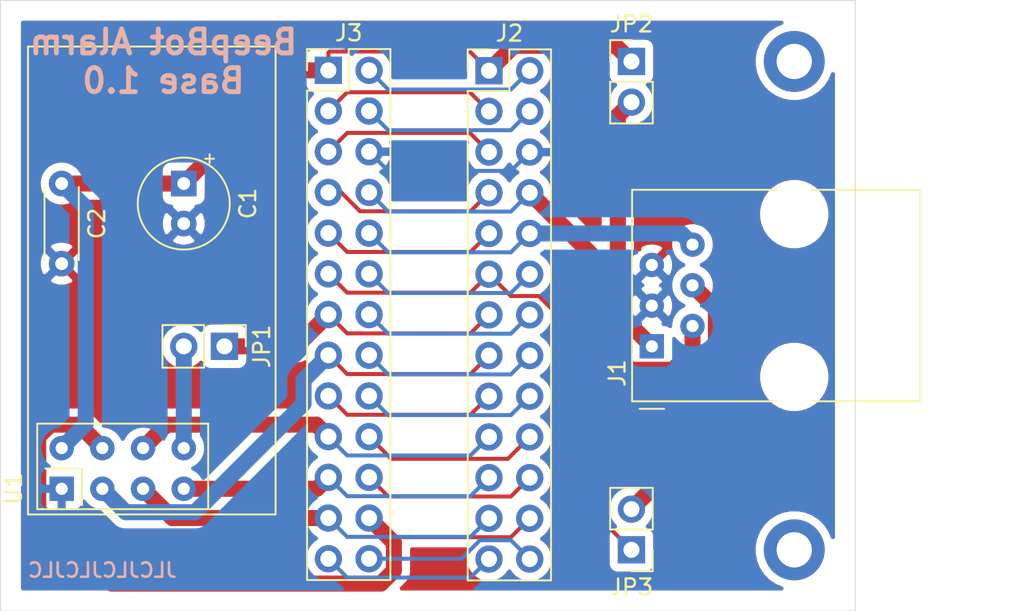
<source format=kicad_pcb>
(kicad_pcb (version 20171130) (host pcbnew "(5.1.9)-1")

  (general
    (thickness 1.6)
    (drawings 6)
    (tracks 133)
    (zones 0)
    (modules 11)
    (nets 30)
  )

  (page A4)
  (layers
    (0 F.Cu signal)
    (31 B.Cu signal)
    (32 B.Adhes user)
    (33 F.Adhes user)
    (34 B.Paste user)
    (35 F.Paste user)
    (36 B.SilkS user)
    (37 F.SilkS user)
    (38 B.Mask user)
    (39 F.Mask user)
    (40 Dwgs.User user)
    (41 Cmts.User user)
    (42 Eco1.User user)
    (43 Eco2.User user)
    (44 Edge.Cuts user)
    (45 Margin user)
    (46 B.CrtYd user)
    (47 F.CrtYd user)
    (48 B.Fab user)
    (49 F.Fab user)
  )

  (setup
    (last_trace_width 0.25)
    (user_trace_width 0.5)
    (user_trace_width 1)
    (trace_clearance 0.2)
    (zone_clearance 0.508)
    (zone_45_only no)
    (trace_min 0.2)
    (via_size 0.8)
    (via_drill 0.4)
    (via_min_size 0.4)
    (via_min_drill 0.3)
    (uvia_size 0.3)
    (uvia_drill 0.1)
    (uvias_allowed no)
    (uvia_min_size 0.2)
    (uvia_min_drill 0.1)
    (edge_width 0.05)
    (segment_width 0.2)
    (pcb_text_width 0.3)
    (pcb_text_size 1.5 1.5)
    (mod_edge_width 0.12)
    (mod_text_size 1 1)
    (mod_text_width 0.15)
    (pad_size 1.524 1.524)
    (pad_drill 0.762)
    (pad_to_mask_clearance 0)
    (aux_axis_origin 0 0)
    (visible_elements 7FFFFFFF)
    (pcbplotparams
      (layerselection 0x010f0_ffffffff)
      (usegerberextensions false)
      (usegerberattributes false)
      (usegerberadvancedattributes false)
      (creategerberjobfile false)
      (excludeedgelayer true)
      (linewidth 0.100000)
      (plotframeref false)
      (viasonmask false)
      (mode 1)
      (useauxorigin false)
      (hpglpennumber 1)
      (hpglpenspeed 20)
      (hpglpendiameter 15.000000)
      (psnegative false)
      (psa4output false)
      (plotreference true)
      (plotvalue false)
      (plotinvisibletext false)
      (padsonsilk true)
      (subtractmaskfromsilk false)
      (outputformat 1)
      (mirror false)
      (drillshape 0)
      (scaleselection 1)
      (outputdirectory "gerber/"))
  )

  (net 0 "")
  (net 1 RPI_PIN_1)
  (net 2 RPI_PIN_6)
  (net 3 RPI_PIN_10)
  (net 4 "Net-(J1-Pad4)")
  (net 5 RPI_PIN_8)
  (net 6 "Net-(J1-Pad1)")
  (net 7 RPI_PIN_2)
  (net 8 RPI_PIN_3)
  (net 9 RPI_PIN_4)
  (net 10 RPI_PIN_5)
  (net 11 RPI_PIN_7)
  (net 12 RPI_PIN_9)
  (net 13 RPI_PIN_11)
  (net 14 RPI_PIN_12)
  (net 15 RPI_PIN_13)
  (net 16 RPI_PIN_14)
  (net 17 RPI_PIN_15)
  (net 18 RPI_PIN_16)
  (net 19 RPI_PIN_17)
  (net 20 RPI_PIN_18)
  (net 21 RPI_PIN_19)
  (net 22 RPI_PIN_20)
  (net 23 RPI_PIN_21)
  (net 24 RPI_PIN_22)
  (net 25 RPI_PIN_23)
  (net 26 RPI_PIN_24)
  (net 27 RPI_PIN_25)
  (net 28 RPI_PIN_26)
  (net 29 "Net-(JP1-Pad2)")

  (net_class Default "This is the default net class."
    (clearance 0.2)
    (trace_width 0.25)
    (via_dia 0.8)
    (via_drill 0.4)
    (uvia_dia 0.3)
    (uvia_drill 0.1)
    (add_net "Net-(J1-Pad1)")
    (add_net "Net-(J1-Pad4)")
    (add_net "Net-(JP1-Pad2)")
    (add_net RPI_PIN_1)
    (add_net RPI_PIN_10)
    (add_net RPI_PIN_11)
    (add_net RPI_PIN_12)
    (add_net RPI_PIN_13)
    (add_net RPI_PIN_14)
    (add_net RPI_PIN_15)
    (add_net RPI_PIN_16)
    (add_net RPI_PIN_17)
    (add_net RPI_PIN_18)
    (add_net RPI_PIN_19)
    (add_net RPI_PIN_2)
    (add_net RPI_PIN_20)
    (add_net RPI_PIN_21)
    (add_net RPI_PIN_22)
    (add_net RPI_PIN_23)
    (add_net RPI_PIN_24)
    (add_net RPI_PIN_25)
    (add_net RPI_PIN_26)
    (add_net RPI_PIN_3)
    (add_net RPI_PIN_4)
    (add_net RPI_PIN_5)
    (add_net RPI_PIN_6)
    (add_net RPI_PIN_7)
    (add_net RPI_PIN_8)
    (add_net RPI_PIN_9)
  )

  (module MountingHole:MountingHole_2.2mm_M2_DIN965_Pad (layer F.Cu) (tedit 56D1B4CB) (tstamp 60272CF9)
    (at 111.76 123.19)
    (descr "Mounting Hole 2.2mm, M2, DIN965")
    (tags "mounting hole 2.2mm m2 din965")
    (attr virtual)
    (fp_text reference REF** (at 0 -2.9) (layer F.SilkS) hide
      (effects (font (size 1 1) (thickness 0.15)))
    )
    (fp_text value MountingHole_2.2mm_M2_DIN965_Pad (at 0 2.9) (layer F.Fab)
      (effects (font (size 1 1) (thickness 0.15)))
    )
    (fp_circle (center 0 0) (end 2.15 0) (layer F.CrtYd) (width 0.05))
    (fp_circle (center 0 0) (end 1.9 0) (layer Cmts.User) (width 0.15))
    (fp_text user %R (at 0.3 0) (layer F.Fab)
      (effects (font (size 1 1) (thickness 0.15)))
    )
    (pad 1 thru_hole circle (at 0 0) (size 3.8 3.8) (drill 2.2) (layers *.Cu *.Mask))
  )

  (module MountingHole:MountingHole_2.2mm_M2_DIN965_Pad (layer F.Cu) (tedit 56D1B4CB) (tstamp 60272CDC)
    (at 111.76 92.71)
    (descr "Mounting Hole 2.2mm, M2, DIN965")
    (tags "mounting hole 2.2mm m2 din965")
    (attr virtual)
    (fp_text reference REF** (at 0 -2.9) (layer F.SilkS) hide
      (effects (font (size 1 1) (thickness 0.15)))
    )
    (fp_text value MountingHole_2.2mm_M2_DIN965_Pad (at 0 2.9) (layer F.Fab)
      (effects (font (size 1 1) (thickness 0.15)))
    )
    (fp_circle (center 0 0) (end 2.15 0) (layer F.CrtYd) (width 0.05))
    (fp_circle (center 0 0) (end 1.9 0) (layer Cmts.User) (width 0.15))
    (fp_text user %R (at 0.3 0) (layer F.Fab)
      (effects (font (size 1 1) (thickness 0.15)))
    )
    (pad 1 thru_hole circle (at 0 0) (size 3.8 3.8) (drill 2.2) (layers *.Cu *.Mask))
  )

  (module Capacitor_THT:CP_Radial_Tantal_D5.5mm_P2.50mm (layer F.Cu) (tedit 5AE50EF0) (tstamp 6021E240)
    (at 73.66 100.33 270)
    (descr "CP, Radial_Tantal series, Radial, pin pitch=2.50mm, , diameter=5.5mm, Tantal Electrolytic Capacitor, http://cdn-reichelt.de/documents/datenblatt/B300/TANTAL-TB-Serie%23.pdf")
    (tags "CP Radial_Tantal series Radial pin pitch 2.50mm  diameter 5.5mm Tantal Electrolytic Capacitor")
    (path /602432E9)
    (fp_text reference C1 (at 1.25 -4 90) (layer F.SilkS)
      (effects (font (size 1 1) (thickness 0.15)))
    )
    (fp_text value 10u (at 1.25 4 90) (layer F.Fab)
      (effects (font (size 1 1) (thickness 0.15)))
    )
    (fp_line (start -1.547262 -1.89) (end -1.547262 -1.34) (layer F.SilkS) (width 0.12))
    (fp_line (start -1.822262 -1.615) (end -1.272262 -1.615) (layer F.SilkS) (width 0.12))
    (fp_line (start -0.824131 -1.4725) (end -0.824131 -0.9225) (layer F.Fab) (width 0.1))
    (fp_line (start -1.099131 -1.1975) (end -0.549131 -1.1975) (layer F.Fab) (width 0.1))
    (fp_circle (center 1.25 0) (end 4.25 0) (layer F.CrtYd) (width 0.05))
    (fp_circle (center 1.25 0) (end 4.12 0) (layer F.SilkS) (width 0.12))
    (fp_circle (center 1.25 0) (end 4 0) (layer F.Fab) (width 0.1))
    (fp_text user %R (at 1.25 0 90) (layer F.Fab)
      (effects (font (size 1 1) (thickness 0.15)))
    )
    (pad 1 thru_hole rect (at 0 0 270) (size 1.6 1.6) (drill 0.8) (layers *.Cu *.Mask)
      (net 1 RPI_PIN_1))
    (pad 2 thru_hole circle (at 2.5 0 270) (size 1.6 1.6) (drill 0.8) (layers *.Cu *.Mask)
      (net 2 RPI_PIN_6))
    (model ${KISYS3DMOD}/Capacitor_THT.3dshapes/CP_Radial_Tantal_D5.5mm_P2.50mm.wrl
      (at (xyz 0 0 0))
      (scale (xyz 1 1 1))
      (rotate (xyz 0 0 0))
    )
  )

  (module Capacitor_THT:C_Disc_D4.3mm_W1.9mm_P5.00mm (layer F.Cu) (tedit 5AE50EF0) (tstamp 602715B4)
    (at 66.04 100.33 270)
    (descr "C, Disc series, Radial, pin pitch=5.00mm, , diameter*width=4.3*1.9mm^2, Capacitor, http://www.vishay.com/docs/45233/krseries.pdf")
    (tags "C Disc series Radial pin pitch 5.00mm  diameter 4.3mm width 1.9mm Capacitor")
    (path /602427B6)
    (fp_text reference C2 (at 2.5 -2.2 90) (layer F.SilkS)
      (effects (font (size 1 1) (thickness 0.15)))
    )
    (fp_text value 104 (at 2.5 2.2 90) (layer F.Fab)
      (effects (font (size 1 1) (thickness 0.15)))
    )
    (fp_line (start 6.05 -1.2) (end -1.05 -1.2) (layer F.CrtYd) (width 0.05))
    (fp_line (start 6.05 1.2) (end 6.05 -1.2) (layer F.CrtYd) (width 0.05))
    (fp_line (start -1.05 1.2) (end 6.05 1.2) (layer F.CrtYd) (width 0.05))
    (fp_line (start -1.05 -1.2) (end -1.05 1.2) (layer F.CrtYd) (width 0.05))
    (fp_line (start 4.77 1.055) (end 4.77 1.07) (layer F.SilkS) (width 0.12))
    (fp_line (start 4.77 -1.07) (end 4.77 -1.055) (layer F.SilkS) (width 0.12))
    (fp_line (start 0.23 1.055) (end 0.23 1.07) (layer F.SilkS) (width 0.12))
    (fp_line (start 0.23 -1.07) (end 0.23 -1.055) (layer F.SilkS) (width 0.12))
    (fp_line (start 0.23 1.07) (end 4.77 1.07) (layer F.SilkS) (width 0.12))
    (fp_line (start 0.23 -1.07) (end 4.77 -1.07) (layer F.SilkS) (width 0.12))
    (fp_line (start 4.65 -0.95) (end 0.35 -0.95) (layer F.Fab) (width 0.1))
    (fp_line (start 4.65 0.95) (end 4.65 -0.95) (layer F.Fab) (width 0.1))
    (fp_line (start 0.35 0.95) (end 4.65 0.95) (layer F.Fab) (width 0.1))
    (fp_line (start 0.35 -0.95) (end 0.35 0.95) (layer F.Fab) (width 0.1))
    (fp_text user %R (at 2.5 0 90) (layer F.Fab)
      (effects (font (size 0.86 0.86) (thickness 0.129)))
    )
    (pad 1 thru_hole circle (at 0 0 270) (size 1.6 1.6) (drill 0.8) (layers *.Cu *.Mask)
      (net 1 RPI_PIN_1))
    (pad 2 thru_hole circle (at 5 0 270) (size 1.6 1.6) (drill 0.8) (layers *.Cu *.Mask)
      (net 2 RPI_PIN_6))
    (model ${KISYS3DMOD}/Capacitor_THT.3dshapes/C_Disc_D4.3mm_W1.9mm_P5.00mm.wrl
      (at (xyz 0 0 0))
      (scale (xyz 1 1 1))
      (rotate (xyz 0 0 0))
    )
  )

  (module Connector_RJ:RJ12_Amphenol_54601 (layer F.Cu) (tedit 5AE2E32D) (tstamp 6021E277)
    (at 102.87 110.49 90)
    (descr "RJ12 connector  https://cdn.amphenol-icc.com/media/wysiwyg/files/drawing/c-bmj-0082.pdf")
    (tags "RJ12 connector")
    (path /6022336F)
    (fp_text reference J1 (at -1.67 -2.16 90) (layer F.SilkS)
      (effects (font (size 1 1) (thickness 0.15)))
    )
    (fp_text value Serial (at 3.54 18.3 90) (layer F.Fab)
      (effects (font (size 1 1) (thickness 0.15)))
    )
    (fp_line (start -3.43 16.77) (end -3.43 0.52) (layer F.Fab) (width 0.1))
    (fp_line (start -3.43 -1.23) (end 9.77 -1.23) (layer F.Fab) (width 0.1))
    (fp_line (start 9.77 -1.23) (end 9.77 16.77) (layer F.Fab) (width 0.1))
    (fp_line (start 9.77 16.77) (end -3.43 16.77) (layer F.Fab) (width 0.1))
    (fp_line (start -4.04 -1.73) (end 10.38 -1.73) (layer F.CrtYd) (width 0.05))
    (fp_line (start 10.38 -1.73) (end 10.38 17.27) (layer F.CrtYd) (width 0.05))
    (fp_line (start 10.38 17.27) (end -4.04 17.27) (layer F.CrtYd) (width 0.05))
    (fp_line (start -4.04 17.27) (end -4.04 -1.73) (layer F.CrtYd) (width 0.05))
    (fp_line (start -3.43 -1.23) (end 9.77 -1.23) (layer F.SilkS) (width 0.12))
    (fp_line (start 9.77 -1.23) (end 9.77 7.79) (layer F.SilkS) (width 0.12))
    (fp_line (start 9.77 16.65) (end 9.77 16.77) (layer F.SilkS) (width 0.1))
    (fp_line (start 9.77 16.77) (end 9.77 9.99) (layer F.SilkS) (width 0.12))
    (fp_line (start 9.77 16.76) (end 9.77 16.77) (layer F.SilkS) (width 0.1))
    (fp_line (start 9.77 16.77) (end -3.43 16.77) (layer F.SilkS) (width 0.12))
    (fp_line (start -3.43 16.77) (end -3.43 9.99) (layer F.SilkS) (width 0.12))
    (fp_line (start -3.43 7.72) (end -3.43 7.79) (layer F.SilkS) (width 0.1))
    (fp_line (start -3.43 7.79) (end -3.43 -1.23) (layer F.SilkS) (width 0.12))
    (fp_line (start -3.9 0.77) (end -3.9 -0.76) (layer F.SilkS) (width 0.12))
    (fp_line (start -3.43 0.52) (end -2.93 0.02) (layer F.Fab) (width 0.1))
    (fp_line (start -2.93 0.02) (end -3.43 -0.48) (layer F.Fab) (width 0.1))
    (fp_line (start -3.43 -0.48) (end -3.43 -1.23) (layer F.Fab) (width 0.1))
    (fp_text user %R (at 3.16 7.76 90) (layer F.Fab)
      (effects (font (size 1 1) (thickness 0.15)))
    )
    (pad "" np_thru_hole circle (at 8.25 8.89 90) (size 3.25 3.25) (drill 3.25) (layers *.Cu *.Mask))
    (pad 6 thru_hole circle (at 6.35 2.54 90) (size 1.52 1.52) (drill 0.76) (layers *.Cu *.Mask)
      (net 3 RPI_PIN_10))
    (pad 5 thru_hole circle (at 5.08 0 90) (size 1.52 1.52) (drill 0.76) (layers *.Cu *.Mask)
      (net 2 RPI_PIN_6))
    (pad 4 thru_hole circle (at 3.81 2.54 90) (size 1.52 1.52) (drill 0.76) (layers *.Cu *.Mask)
      (net 4 "Net-(J1-Pad4)"))
    (pad 3 thru_hole circle (at 2.54 0 90) (size 1.52 1.52) (drill 0.76) (layers *.Cu *.Mask)
      (net 2 RPI_PIN_6))
    (pad 2 thru_hole circle (at 1.27 2.54 90) (size 1.52 1.52) (drill 0.76) (layers *.Cu *.Mask)
      (net 5 RPI_PIN_8))
    (pad "" np_thru_hole circle (at -1.91 8.89 90) (size 3.25 3.25) (drill 3.25) (layers *.Cu *.Mask))
    (pad 1 thru_hole rect (at 0 0 90) (size 1.52 1.52) (drill 0.76) (layers *.Cu *.Mask)
      (net 6 "Net-(J1-Pad1)"))
    (model ${KISYS3DMOD}/Connector_RJ.3dshapes/RJ12_Amphenol_54601.wrl
      (at (xyz 0 0 0))
      (scale (xyz 1 1 1))
      (rotate (xyz 0 0 0))
    )
  )

  (module Connector_PinHeader_2.54mm:PinHeader_2x13_P2.54mm_Vertical (layer F.Cu) (tedit 59FED5CC) (tstamp 60272A05)
    (at 92.71 93.285009)
    (descr "Through hole straight pin header, 2x13, 2.54mm pitch, double rows")
    (tags "Through hole pin header THT 2x13 2.54mm double row")
    (path /60201B0E)
    (fp_text reference J2 (at 1.27 -2.33) (layer F.SilkS)
      (effects (font (size 1 1) (thickness 0.15)))
    )
    (fp_text value Raspberry_Pi_2_3 (at 1.27 32.81) (layer F.Fab)
      (effects (font (size 1 1) (thickness 0.15)))
    )
    (fp_line (start 4.35 -1.8) (end -1.8 -1.8) (layer F.CrtYd) (width 0.05))
    (fp_line (start 4.35 32.25) (end 4.35 -1.8) (layer F.CrtYd) (width 0.05))
    (fp_line (start -1.8 32.25) (end 4.35 32.25) (layer F.CrtYd) (width 0.05))
    (fp_line (start -1.8 -1.8) (end -1.8 32.25) (layer F.CrtYd) (width 0.05))
    (fp_line (start -1.33 -1.33) (end 0 -1.33) (layer F.SilkS) (width 0.12))
    (fp_line (start -1.33 0) (end -1.33 -1.33) (layer F.SilkS) (width 0.12))
    (fp_line (start 1.27 -1.33) (end 3.87 -1.33) (layer F.SilkS) (width 0.12))
    (fp_line (start 1.27 1.27) (end 1.27 -1.33) (layer F.SilkS) (width 0.12))
    (fp_line (start -1.33 1.27) (end 1.27 1.27) (layer F.SilkS) (width 0.12))
    (fp_line (start 3.87 -1.33) (end 3.87 31.81) (layer F.SilkS) (width 0.12))
    (fp_line (start -1.33 1.27) (end -1.33 31.81) (layer F.SilkS) (width 0.12))
    (fp_line (start -1.33 31.81) (end 3.87 31.81) (layer F.SilkS) (width 0.12))
    (fp_line (start -1.27 0) (end 0 -1.27) (layer F.Fab) (width 0.1))
    (fp_line (start -1.27 31.75) (end -1.27 0) (layer F.Fab) (width 0.1))
    (fp_line (start 3.81 31.75) (end -1.27 31.75) (layer F.Fab) (width 0.1))
    (fp_line (start 3.81 -1.27) (end 3.81 31.75) (layer F.Fab) (width 0.1))
    (fp_line (start 0 -1.27) (end 3.81 -1.27) (layer F.Fab) (width 0.1))
    (fp_text user %R (at 1.27 15.24 90) (layer F.Fab)
      (effects (font (size 1 1) (thickness 0.15)))
    )
    (pad 1 thru_hole rect (at 0 0) (size 1.7 1.7) (drill 1) (layers *.Cu *.Mask)
      (net 1 RPI_PIN_1))
    (pad 2 thru_hole oval (at 2.54 0) (size 1.7 1.7) (drill 1) (layers *.Cu *.Mask)
      (net 7 RPI_PIN_2))
    (pad 3 thru_hole oval (at 0 2.54) (size 1.7 1.7) (drill 1) (layers *.Cu *.Mask)
      (net 8 RPI_PIN_3))
    (pad 4 thru_hole oval (at 2.54 2.54) (size 1.7 1.7) (drill 1) (layers *.Cu *.Mask)
      (net 9 RPI_PIN_4))
    (pad 5 thru_hole oval (at 0 5.08) (size 1.7 1.7) (drill 1) (layers *.Cu *.Mask)
      (net 10 RPI_PIN_5))
    (pad 6 thru_hole oval (at 2.54 5.08) (size 1.7 1.7) (drill 1) (layers *.Cu *.Mask)
      (net 2 RPI_PIN_6))
    (pad 7 thru_hole oval (at 0 7.62) (size 1.7 1.7) (drill 1) (layers *.Cu *.Mask)
      (net 11 RPI_PIN_7))
    (pad 8 thru_hole oval (at 2.54 7.62) (size 1.7 1.7) (drill 1) (layers *.Cu *.Mask)
      (net 5 RPI_PIN_8))
    (pad 9 thru_hole oval (at 0 10.16) (size 1.7 1.7) (drill 1) (layers *.Cu *.Mask)
      (net 12 RPI_PIN_9))
    (pad 10 thru_hole oval (at 2.54 10.16) (size 1.7 1.7) (drill 1) (layers *.Cu *.Mask)
      (net 3 RPI_PIN_10))
    (pad 11 thru_hole oval (at 0 12.7) (size 1.7 1.7) (drill 1) (layers *.Cu *.Mask)
      (net 13 RPI_PIN_11))
    (pad 12 thru_hole oval (at 2.54 12.7) (size 1.7 1.7) (drill 1) (layers *.Cu *.Mask)
      (net 14 RPI_PIN_12))
    (pad 13 thru_hole oval (at 0 15.24) (size 1.7 1.7) (drill 1) (layers *.Cu *.Mask)
      (net 15 RPI_PIN_13))
    (pad 14 thru_hole oval (at 2.54 15.24) (size 1.7 1.7) (drill 1) (layers *.Cu *.Mask)
      (net 16 RPI_PIN_14))
    (pad 15 thru_hole oval (at 0 17.78) (size 1.7 1.7) (drill 1) (layers *.Cu *.Mask)
      (net 17 RPI_PIN_15))
    (pad 16 thru_hole oval (at 2.54 17.78) (size 1.7 1.7) (drill 1) (layers *.Cu *.Mask)
      (net 18 RPI_PIN_16))
    (pad 17 thru_hole oval (at 0 20.32) (size 1.7 1.7) (drill 1) (layers *.Cu *.Mask)
      (net 19 RPI_PIN_17))
    (pad 18 thru_hole oval (at 2.54 20.32) (size 1.7 1.7) (drill 1) (layers *.Cu *.Mask)
      (net 20 RPI_PIN_18))
    (pad 19 thru_hole oval (at 0 22.86) (size 1.7 1.7) (drill 1) (layers *.Cu *.Mask)
      (net 21 RPI_PIN_19))
    (pad 20 thru_hole oval (at 2.54 22.86) (size 1.7 1.7) (drill 1) (layers *.Cu *.Mask)
      (net 22 RPI_PIN_20))
    (pad 21 thru_hole oval (at 0 25.4) (size 1.7 1.7) (drill 1) (layers *.Cu *.Mask)
      (net 23 RPI_PIN_21))
    (pad 22 thru_hole oval (at 2.54 25.4) (size 1.7 1.7) (drill 1) (layers *.Cu *.Mask)
      (net 24 RPI_PIN_22))
    (pad 23 thru_hole oval (at 0 27.94) (size 1.7 1.7) (drill 1) (layers *.Cu *.Mask)
      (net 25 RPI_PIN_23))
    (pad 24 thru_hole oval (at 2.54 27.94) (size 1.7 1.7) (drill 1) (layers *.Cu *.Mask)
      (net 26 RPI_PIN_24))
    (pad 25 thru_hole oval (at 0 30.48) (size 1.7 1.7) (drill 1) (layers *.Cu *.Mask)
      (net 27 RPI_PIN_25))
    (pad 26 thru_hole oval (at 2.54 30.48) (size 1.7 1.7) (drill 1) (layers *.Cu *.Mask)
      (net 28 RPI_PIN_26))
    (model ${KISYS3DMOD}/Connector_PinHeader_2.54mm.3dshapes/PinHeader_2x13_P2.54mm_Vertical.wrl
      (at (xyz 0 0 0))
      (scale (xyz 1 1 1))
      (rotate (xyz 0 0 0))
    )
  )

  (module Connector_PinHeader_2.54mm:PinHeader_2x13_P2.54mm_Vertical (layer F.Cu) (tedit 59FED5CC) (tstamp 6021E2D7)
    (at 82.685001 93.265001)
    (descr "Through hole straight pin header, 2x13, 2.54mm pitch, double rows")
    (tags "Through hole pin header THT 2x13 2.54mm double row")
    (path /6021A245)
    (fp_text reference J3 (at 1.27 -2.33) (layer F.SilkS)
      (effects (font (size 1 1) (thickness 0.15)))
    )
    (fp_text value Raspberry_Pi_2_3 (at 1.27 32.81) (layer F.Fab)
      (effects (font (size 1 1) (thickness 0.15)))
    )
    (fp_line (start 0 -1.27) (end 3.81 -1.27) (layer F.Fab) (width 0.1))
    (fp_line (start 3.81 -1.27) (end 3.81 31.75) (layer F.Fab) (width 0.1))
    (fp_line (start 3.81 31.75) (end -1.27 31.75) (layer F.Fab) (width 0.1))
    (fp_line (start -1.27 31.75) (end -1.27 0) (layer F.Fab) (width 0.1))
    (fp_line (start -1.27 0) (end 0 -1.27) (layer F.Fab) (width 0.1))
    (fp_line (start -1.33 31.81) (end 3.87 31.81) (layer F.SilkS) (width 0.12))
    (fp_line (start -1.33 1.27) (end -1.33 31.81) (layer F.SilkS) (width 0.12))
    (fp_line (start 3.87 -1.33) (end 3.87 31.81) (layer F.SilkS) (width 0.12))
    (fp_line (start -1.33 1.27) (end 1.27 1.27) (layer F.SilkS) (width 0.12))
    (fp_line (start 1.27 1.27) (end 1.27 -1.33) (layer F.SilkS) (width 0.12))
    (fp_line (start 1.27 -1.33) (end 3.87 -1.33) (layer F.SilkS) (width 0.12))
    (fp_line (start -1.33 0) (end -1.33 -1.33) (layer F.SilkS) (width 0.12))
    (fp_line (start -1.33 -1.33) (end 0 -1.33) (layer F.SilkS) (width 0.12))
    (fp_line (start -1.8 -1.8) (end -1.8 32.25) (layer F.CrtYd) (width 0.05))
    (fp_line (start -1.8 32.25) (end 4.35 32.25) (layer F.CrtYd) (width 0.05))
    (fp_line (start 4.35 32.25) (end 4.35 -1.8) (layer F.CrtYd) (width 0.05))
    (fp_line (start 4.35 -1.8) (end -1.8 -1.8) (layer F.CrtYd) (width 0.05))
    (fp_text user %R (at 1.27 15.24 90) (layer F.Fab)
      (effects (font (size 1 1) (thickness 0.15)))
    )
    (pad 26 thru_hole oval (at 2.54 30.48) (size 1.7 1.7) (drill 1) (layers *.Cu *.Mask)
      (net 28 RPI_PIN_26))
    (pad 25 thru_hole oval (at 0 30.48) (size 1.7 1.7) (drill 1) (layers *.Cu *.Mask)
      (net 27 RPI_PIN_25))
    (pad 24 thru_hole oval (at 2.54 27.94) (size 1.7 1.7) (drill 1) (layers *.Cu *.Mask)
      (net 26 RPI_PIN_24))
    (pad 23 thru_hole oval (at 0 27.94) (size 1.7 1.7) (drill 1) (layers *.Cu *.Mask)
      (net 25 RPI_PIN_23))
    (pad 22 thru_hole oval (at 2.54 25.4) (size 1.7 1.7) (drill 1) (layers *.Cu *.Mask)
      (net 24 RPI_PIN_22))
    (pad 21 thru_hole oval (at 0 25.4) (size 1.7 1.7) (drill 1) (layers *.Cu *.Mask)
      (net 23 RPI_PIN_21))
    (pad 20 thru_hole oval (at 2.54 22.86) (size 1.7 1.7) (drill 1) (layers *.Cu *.Mask)
      (net 22 RPI_PIN_20))
    (pad 19 thru_hole oval (at 0 22.86) (size 1.7 1.7) (drill 1) (layers *.Cu *.Mask)
      (net 21 RPI_PIN_19))
    (pad 18 thru_hole oval (at 2.54 20.32) (size 1.7 1.7) (drill 1) (layers *.Cu *.Mask)
      (net 20 RPI_PIN_18))
    (pad 17 thru_hole oval (at 0 20.32) (size 1.7 1.7) (drill 1) (layers *.Cu *.Mask)
      (net 19 RPI_PIN_17))
    (pad 16 thru_hole oval (at 2.54 17.78) (size 1.7 1.7) (drill 1) (layers *.Cu *.Mask)
      (net 18 RPI_PIN_16))
    (pad 15 thru_hole oval (at 0 17.78) (size 1.7 1.7) (drill 1) (layers *.Cu *.Mask)
      (net 17 RPI_PIN_15))
    (pad 14 thru_hole oval (at 2.54 15.24) (size 1.7 1.7) (drill 1) (layers *.Cu *.Mask)
      (net 16 RPI_PIN_14))
    (pad 13 thru_hole oval (at 0 15.24) (size 1.7 1.7) (drill 1) (layers *.Cu *.Mask)
      (net 15 RPI_PIN_13))
    (pad 12 thru_hole oval (at 2.54 12.7) (size 1.7 1.7) (drill 1) (layers *.Cu *.Mask)
      (net 14 RPI_PIN_12))
    (pad 11 thru_hole oval (at 0 12.7) (size 1.7 1.7) (drill 1) (layers *.Cu *.Mask)
      (net 13 RPI_PIN_11))
    (pad 10 thru_hole oval (at 2.54 10.16) (size 1.7 1.7) (drill 1) (layers *.Cu *.Mask)
      (net 3 RPI_PIN_10))
    (pad 9 thru_hole oval (at 0 10.16) (size 1.7 1.7) (drill 1) (layers *.Cu *.Mask)
      (net 12 RPI_PIN_9))
    (pad 8 thru_hole oval (at 2.54 7.62) (size 1.7 1.7) (drill 1) (layers *.Cu *.Mask)
      (net 5 RPI_PIN_8))
    (pad 7 thru_hole oval (at 0 7.62) (size 1.7 1.7) (drill 1) (layers *.Cu *.Mask)
      (net 11 RPI_PIN_7))
    (pad 6 thru_hole oval (at 2.54 5.08) (size 1.7 1.7) (drill 1) (layers *.Cu *.Mask)
      (net 2 RPI_PIN_6))
    (pad 5 thru_hole oval (at 0 5.08) (size 1.7 1.7) (drill 1) (layers *.Cu *.Mask)
      (net 10 RPI_PIN_5))
    (pad 4 thru_hole oval (at 2.54 2.54) (size 1.7 1.7) (drill 1) (layers *.Cu *.Mask)
      (net 9 RPI_PIN_4))
    (pad 3 thru_hole oval (at 0 2.54) (size 1.7 1.7) (drill 1) (layers *.Cu *.Mask)
      (net 8 RPI_PIN_3))
    (pad 2 thru_hole oval (at 2.54 0) (size 1.7 1.7) (drill 1) (layers *.Cu *.Mask)
      (net 7 RPI_PIN_2))
    (pad 1 thru_hole rect (at 0 0) (size 1.7 1.7) (drill 1) (layers *.Cu *.Mask)
      (net 1 RPI_PIN_1))
    (model ${KISYS3DMOD}/Connector_PinHeader_2.54mm.3dshapes/PinHeader_2x13_P2.54mm_Vertical.wrl
      (at (xyz 0 0 0))
      (scale (xyz 1 1 1))
      (rotate (xyz 0 0 0))
    )
  )

  (module Connector_PinHeader_2.54mm:PinHeader_1x02_P2.54mm_Vertical (layer F.Cu) (tedit 59FED5CC) (tstamp 6021E2ED)
    (at 76.2 110.49 270)
    (descr "Through hole straight pin header, 1x02, 2.54mm pitch, single row")
    (tags "Through hole pin header THT 1x02 2.54mm single row")
    (path /6021B1B4)
    (fp_text reference JP1 (at 0 -2.33 90) (layer F.SilkS)
      (effects (font (size 1 1) (thickness 0.15)))
    )
    (fp_text value Jumper (at 0 4.87 90) (layer F.Fab)
      (effects (font (size 1 1) (thickness 0.15)))
    )
    (fp_line (start 1.8 -1.8) (end -1.8 -1.8) (layer F.CrtYd) (width 0.05))
    (fp_line (start 1.8 4.35) (end 1.8 -1.8) (layer F.CrtYd) (width 0.05))
    (fp_line (start -1.8 4.35) (end 1.8 4.35) (layer F.CrtYd) (width 0.05))
    (fp_line (start -1.8 -1.8) (end -1.8 4.35) (layer F.CrtYd) (width 0.05))
    (fp_line (start -1.33 -1.33) (end 0 -1.33) (layer F.SilkS) (width 0.12))
    (fp_line (start -1.33 0) (end -1.33 -1.33) (layer F.SilkS) (width 0.12))
    (fp_line (start -1.33 1.27) (end 1.33 1.27) (layer F.SilkS) (width 0.12))
    (fp_line (start 1.33 1.27) (end 1.33 3.87) (layer F.SilkS) (width 0.12))
    (fp_line (start -1.33 1.27) (end -1.33 3.87) (layer F.SilkS) (width 0.12))
    (fp_line (start -1.33 3.87) (end 1.33 3.87) (layer F.SilkS) (width 0.12))
    (fp_line (start -1.27 -0.635) (end -0.635 -1.27) (layer F.Fab) (width 0.1))
    (fp_line (start -1.27 3.81) (end -1.27 -0.635) (layer F.Fab) (width 0.1))
    (fp_line (start 1.27 3.81) (end -1.27 3.81) (layer F.Fab) (width 0.1))
    (fp_line (start 1.27 -1.27) (end 1.27 3.81) (layer F.Fab) (width 0.1))
    (fp_line (start -0.635 -1.27) (end 1.27 -1.27) (layer F.Fab) (width 0.1))
    (fp_text user %R (at 0 1.27) (layer F.Fab)
      (effects (font (size 1 1) (thickness 0.15)))
    )
    (pad 1 thru_hole rect (at 0 0 270) (size 1.7 1.7) (drill 1) (layers *.Cu *.Mask)
      (net 15 RPI_PIN_13))
    (pad 2 thru_hole oval (at 0 2.54 270) (size 1.7 1.7) (drill 1) (layers *.Cu *.Mask)
      (net 29 "Net-(JP1-Pad2)"))
    (model ${KISYS3DMOD}/Connector_PinHeader_2.54mm.3dshapes/PinHeader_1x02_P2.54mm_Vertical.wrl
      (at (xyz 0 0 0))
      (scale (xyz 1 1 1))
      (rotate (xyz 0 0 0))
    )
  )

  (module Connector_PinHeader_2.54mm:PinHeader_1x02_P2.54mm_Vertical (layer F.Cu) (tedit 59FED5CC) (tstamp 6021E303)
    (at 101.6 92.71)
    (descr "Through hole straight pin header, 1x02, 2.54mm pitch, single row")
    (tags "Through hole pin header THT 1x02 2.54mm single row")
    (path /602248BA)
    (fp_text reference JP2 (at 0 -2.33) (layer F.SilkS)
      (effects (font (size 1 1) (thickness 0.15)))
    )
    (fp_text value Jumper (at 0 4.87) (layer F.Fab)
      (effects (font (size 1 1) (thickness 0.15)))
    )
    (fp_line (start -0.635 -1.27) (end 1.27 -1.27) (layer F.Fab) (width 0.1))
    (fp_line (start 1.27 -1.27) (end 1.27 3.81) (layer F.Fab) (width 0.1))
    (fp_line (start 1.27 3.81) (end -1.27 3.81) (layer F.Fab) (width 0.1))
    (fp_line (start -1.27 3.81) (end -1.27 -0.635) (layer F.Fab) (width 0.1))
    (fp_line (start -1.27 -0.635) (end -0.635 -1.27) (layer F.Fab) (width 0.1))
    (fp_line (start -1.33 3.87) (end 1.33 3.87) (layer F.SilkS) (width 0.12))
    (fp_line (start -1.33 1.27) (end -1.33 3.87) (layer F.SilkS) (width 0.12))
    (fp_line (start 1.33 1.27) (end 1.33 3.87) (layer F.SilkS) (width 0.12))
    (fp_line (start -1.33 1.27) (end 1.33 1.27) (layer F.SilkS) (width 0.12))
    (fp_line (start -1.33 0) (end -1.33 -1.33) (layer F.SilkS) (width 0.12))
    (fp_line (start -1.33 -1.33) (end 0 -1.33) (layer F.SilkS) (width 0.12))
    (fp_line (start -1.8 -1.8) (end -1.8 4.35) (layer F.CrtYd) (width 0.05))
    (fp_line (start -1.8 4.35) (end 1.8 4.35) (layer F.CrtYd) (width 0.05))
    (fp_line (start 1.8 4.35) (end 1.8 -1.8) (layer F.CrtYd) (width 0.05))
    (fp_line (start 1.8 -1.8) (end -1.8 -1.8) (layer F.CrtYd) (width 0.05))
    (fp_text user %R (at 0 1.27 90) (layer F.Fab)
      (effects (font (size 1 1) (thickness 0.15)))
    )
    (pad 2 thru_hole oval (at 0 2.54) (size 1.7 1.7) (drill 1) (layers *.Cu *.Mask)
      (net 6 "Net-(J1-Pad1)"))
    (pad 1 thru_hole rect (at 0 0) (size 1.7 1.7) (drill 1) (layers *.Cu *.Mask)
      (net 1 RPI_PIN_1))
    (model ${KISYS3DMOD}/Connector_PinHeader_2.54mm.3dshapes/PinHeader_1x02_P2.54mm_Vertical.wrl
      (at (xyz 0 0 0))
      (scale (xyz 1 1 1))
      (rotate (xyz 0 0 0))
    )
  )

  (module Connector_PinHeader_2.54mm:PinHeader_1x02_P2.54mm_Vertical (layer F.Cu) (tedit 59FED5CC) (tstamp 6027295D)
    (at 101.6 123.19 180)
    (descr "Through hole straight pin header, 1x02, 2.54mm pitch, single row")
    (tags "Through hole pin header THT 1x02 2.54mm single row")
    (path /6022E418)
    (fp_text reference JP3 (at 0 -2.33) (layer F.SilkS)
      (effects (font (size 1 1) (thickness 0.15)))
    )
    (fp_text value Jumper (at 0 4.87) (layer F.Fab)
      (effects (font (size 1 1) (thickness 0.15)))
    )
    (fp_line (start 1.8 -1.8) (end -1.8 -1.8) (layer F.CrtYd) (width 0.05))
    (fp_line (start 1.8 4.35) (end 1.8 -1.8) (layer F.CrtYd) (width 0.05))
    (fp_line (start -1.8 4.35) (end 1.8 4.35) (layer F.CrtYd) (width 0.05))
    (fp_line (start -1.8 -1.8) (end -1.8 4.35) (layer F.CrtYd) (width 0.05))
    (fp_line (start -1.33 -1.33) (end 0 -1.33) (layer F.SilkS) (width 0.12))
    (fp_line (start -1.33 0) (end -1.33 -1.33) (layer F.SilkS) (width 0.12))
    (fp_line (start -1.33 1.27) (end 1.33 1.27) (layer F.SilkS) (width 0.12))
    (fp_line (start 1.33 1.27) (end 1.33 3.87) (layer F.SilkS) (width 0.12))
    (fp_line (start -1.33 1.27) (end -1.33 3.87) (layer F.SilkS) (width 0.12))
    (fp_line (start -1.33 3.87) (end 1.33 3.87) (layer F.SilkS) (width 0.12))
    (fp_line (start -1.27 -0.635) (end -0.635 -1.27) (layer F.Fab) (width 0.1))
    (fp_line (start -1.27 3.81) (end -1.27 -0.635) (layer F.Fab) (width 0.1))
    (fp_line (start 1.27 3.81) (end -1.27 3.81) (layer F.Fab) (width 0.1))
    (fp_line (start 1.27 -1.27) (end 1.27 3.81) (layer F.Fab) (width 0.1))
    (fp_line (start -0.635 -1.27) (end 1.27 -1.27) (layer F.Fab) (width 0.1))
    (fp_text user %R (at 0 1.27 90) (layer F.Fab)
      (effects (font (size 1 1) (thickness 0.15)))
    )
    (pad 1 thru_hole rect (at 0 0 180) (size 1.7 1.7) (drill 1) (layers *.Cu *.Mask)
      (net 13 RPI_PIN_11))
    (pad 2 thru_hole oval (at 0 2.54 180) (size 1.7 1.7) (drill 1) (layers *.Cu *.Mask)
      (net 4 "Net-(J1-Pad4)"))
    (model ${KISYS3DMOD}/Connector_PinHeader_2.54mm.3dshapes/PinHeader_1x02_P2.54mm_Vertical.wrl
      (at (xyz 0 0 0))
      (scale (xyz 1 1 1))
      (rotate (xyz 0 0 0))
    )
  )

  (module RF_Module:nRF24L01_Breakout (layer F.Cu) (tedit 5A056C61) (tstamp 602711CA)
    (at 66.04 119.38 90)
    (descr "nRF24L01 breakout board")
    (tags "nRF24L01 adapter breakout")
    (path /602258CB)
    (fp_text reference U1 (at 0 -3 90) (layer F.SilkS)
      (effects (font (size 1 1) (thickness 0.15)))
    )
    (fp_text value NRF24L01_Breakout (at 13 5 90) (layer F.Fab)
      (effects (font (size 1 1) (thickness 0.15)))
    )
    (fp_line (start 27.75 -2.25) (end 27.75 -2.25) (layer F.CrtYd) (width 0.05))
    (fp_line (start 27.75 13.5) (end 27.75 -2.25) (layer F.CrtYd) (width 0.05))
    (fp_line (start -1.75 13.5) (end 27.75 13.5) (layer F.CrtYd) (width 0.05))
    (fp_line (start -1.75 -2.25) (end -1.75 13.5) (layer F.CrtYd) (width 0.05))
    (fp_line (start 27.75 -2.25) (end -1.75 -2.25) (layer F.CrtYd) (width 0.05))
    (fp_line (start -1.27 -1.524) (end -1.27 -1.524) (layer F.SilkS) (width 0.12))
    (fp_line (start -1.27 9.144) (end -1.27 -1.524) (layer F.SilkS) (width 0.12))
    (fp_line (start -1.6 -2.1) (end -1.6 -2.1) (layer F.SilkS) (width 0.12))
    (fp_line (start -1.6 13.35) (end -1.6 -2.1) (layer F.SilkS) (width 0.12))
    (fp_line (start 27.6 13.35) (end -1.6 13.35) (layer F.SilkS) (width 0.12))
    (fp_line (start 27.6 -2.1) (end 27.6 13.35) (layer F.SilkS) (width 0.12))
    (fp_line (start -1.6 -2.1) (end 27.6 -2.1) (layer F.SilkS) (width 0.12))
    (fp_line (start -1.016 1.27) (end -1.016 1.27) (layer F.SilkS) (width 0.12))
    (fp_line (start 1.27 1.27) (end -1.016 1.27) (layer F.SilkS) (width 0.12))
    (fp_line (start 1.27 -1.016) (end 1.27 1.27) (layer F.SilkS) (width 0.12))
    (fp_line (start -1.27 9.144) (end -1.27 9.144) (layer F.SilkS) (width 0.12))
    (fp_line (start 4.064 9.144) (end -1.27 9.144) (layer F.SilkS) (width 0.12))
    (fp_line (start 4.064 -1.524) (end 4.064 9.144) (layer F.SilkS) (width 0.12))
    (fp_line (start -1.27 -1.524) (end 4.064 -1.524) (layer F.SilkS) (width 0.12))
    (fp_line (start -1.27 -1.27) (end -1.27 -1.27) (layer F.Fab) (width 0.1))
    (fp_line (start -1.27 8.89) (end -1.27 -1.27) (layer F.Fab) (width 0.1))
    (fp_line (start 3.81 8.89) (end -1.27 8.89) (layer F.Fab) (width 0.1))
    (fp_line (start 3.81 -1.27) (end 3.81 8.89) (layer F.Fab) (width 0.1))
    (fp_line (start -1.27 -1.27) (end 3.81 -1.27) (layer F.Fab) (width 0.1))
    (fp_line (start -1.5 -2) (end -1.5 -2) (layer F.Fab) (width 0.1))
    (fp_line (start -1.5 13.25) (end -1.5 -2) (layer F.Fab) (width 0.1))
    (fp_line (start 27.5 13.25) (end -1.5 13.25) (layer F.Fab) (width 0.1))
    (fp_line (start 27.5 -2) (end 27.5 13.25) (layer F.Fab) (width 0.1))
    (fp_line (start -1.5 -2) (end 27.5 -2) (layer F.Fab) (width 0.1))
    (fp_text user %R (at 12.5 2.5 90) (layer F.Fab)
      (effects (font (size 1 1) (thickness 0.15)))
    )
    (pad 1 thru_hole rect (at 0 0 90) (size 1.524 1.524) (drill 0.762) (layers *.Cu *.Mask)
      (net 2 RPI_PIN_6))
    (pad 2 thru_hole circle (at 2.54 0 90) (size 1.524 1.524) (drill 0.762) (layers *.Cu *.Mask)
      (net 1 RPI_PIN_1))
    (pad 3 thru_hole circle (at 0 2.54 90) (size 1.524 1.524) (drill 0.762) (layers *.Cu *.Mask)
      (net 17 RPI_PIN_15))
    (pad 4 thru_hole circle (at 2.54 2.54 90) (size 1.524 1.524) (drill 0.762) (layers *.Cu *.Mask)
      (net 26 RPI_PIN_24))
    (pad 5 thru_hole circle (at 0 5.08 90) (size 1.524 1.524) (drill 0.762) (layers *.Cu *.Mask)
      (net 25 RPI_PIN_23))
    (pad 6 thru_hole circle (at 2.54 5.08 90) (size 1.524 1.524) (drill 0.762) (layers *.Cu *.Mask)
      (net 21 RPI_PIN_19))
    (pad 7 thru_hole circle (at 0 7.62 90) (size 1.524 1.524) (drill 0.762) (layers *.Cu *.Mask)
      (net 23 RPI_PIN_21))
    (pad 8 thru_hole circle (at 2.54 7.62 90) (size 1.524 1.524) (drill 0.762) (layers *.Cu *.Mask)
      (net 29 "Net-(JP1-Pad2)"))
    (model ${KISYS3DMOD}/RF_Module.3dshapes/nRF24L01_Breakout.wrl
      (at (xyz 0 0 0))
      (scale (xyz 1 1 1))
      (rotate (xyz 0 0 0))
    )
  )

  (gr_text JLCJLCJLCJLC (at 68.58 124.46) (layer B.SilkS)
    (effects (font (size 0.9 0.9) (thickness 0.16)) (justify mirror))
  )
  (gr_text "BeepBot Alarm\nBase 1.0" (at 72.39 92.71) (layer B.SilkS)
    (effects (font (size 1.5 1.5) (thickness 0.3)) (justify mirror))
  )
  (gr_line (start 115.57 88.9) (end 62.23 88.9) (layer Edge.Cuts) (width 0.05) (tstamp 60272C87))
  (gr_line (start 115.57 127) (end 115.57 88.9) (layer Edge.Cuts) (width 0.05))
  (gr_line (start 62.23 127) (end 115.57 127) (layer Edge.Cuts) (width 0.05))
  (gr_line (start 62.23 88.9) (end 62.23 127) (layer Edge.Cuts) (width 0.05))

  (segment (start 91.514991 92.09) (end 92.71 93.285009) (width 0.25) (layer F.Cu) (net 1))
  (segment (start 82.760002 92.09) (end 91.514991 92.09) (width 0.25) (layer F.Cu) (net 1))
  (segment (start 82.685001 92.165001) (end 82.760002 92.09) (width 0.25) (layer F.Cu) (net 1))
  (segment (start 82.685001 93.265001) (end 82.685001 92.165001) (width 0.25) (layer F.Cu) (net 1))
  (segment (start 94.260001 91.735008) (end 92.71 93.285009) (width 1) (layer F.Cu) (net 1))
  (segment (start 100.625008 91.735008) (end 94.260001 91.735008) (width 1) (layer F.Cu) (net 1))
  (segment (start 101.6 92.71) (end 100.625008 91.735008) (width 1) (layer F.Cu) (net 1))
  (segment (start 80.724999 93.265001) (end 73.66 100.33) (width 1) (layer F.Cu) (net 1))
  (segment (start 82.685001 93.265001) (end 80.724999 93.265001) (width 1) (layer F.Cu) (net 1))
  (segment (start 73.66 100.33) (end 66.04 100.33) (width 1) (layer F.Cu) (net 1))
  (segment (start 67.540001 101.830001) (end 66.04 100.33) (width 1) (layer B.Cu) (net 1))
  (segment (start 67.540001 115.339999) (end 67.540001 101.830001) (width 1) (layer B.Cu) (net 1))
  (segment (start 66.04 116.84) (end 67.540001 115.339999) (width 1) (layer B.Cu) (net 1))
  (segment (start 94.074999 99.54001) (end 95.25 98.365009) (width 0.25) (layer B.Cu) (net 2))
  (segment (start 86.42001 99.54001) (end 94.074999 99.54001) (width 0.25) (layer B.Cu) (net 2))
  (segment (start 85.225001 98.345001) (end 86.42001 99.54001) (width 0.25) (layer B.Cu) (net 2))
  (segment (start 94.074999 104.62001) (end 95.25 103.445009) (width 0.25) (layer B.Cu) (net 3))
  (segment (start 86.42001 104.62001) (end 94.074999 104.62001) (width 0.25) (layer B.Cu) (net 3))
  (segment (start 85.225001 103.425001) (end 86.42001 104.62001) (width 0.25) (layer B.Cu) (net 3))
  (segment (start 104.715009 103.445009) (end 95.25 103.445009) (width 1) (layer B.Cu) (net 3))
  (segment (start 105.41 104.14) (end 104.715009 103.445009) (width 1) (layer B.Cu) (net 3))
  (segment (start 106.870001 108.140001) (end 105.41 106.68) (width 1) (layer F.Cu) (net 4))
  (segment (start 106.870001 115.379999) (end 106.870001 108.140001) (width 1) (layer F.Cu) (net 4))
  (segment (start 101.6 120.65) (end 106.870001 115.379999) (width 1) (layer F.Cu) (net 4))
  (segment (start 94.074999 102.08001) (end 95.25 100.905009) (width 0.25) (layer B.Cu) (net 5))
  (segment (start 86.42001 102.08001) (end 94.074999 102.08001) (width 0.25) (layer B.Cu) (net 5))
  (segment (start 85.225001 100.885001) (end 86.42001 102.08001) (width 0.25) (layer B.Cu) (net 5))
  (segment (start 99.549992 105.205001) (end 95.25 100.905009) (width 1) (layer F.Cu) (net 5))
  (segment (start 99.549992 109.949994) (end 99.549992 105.205001) (width 1) (layer F.Cu) (net 5))
  (segment (start 101.549999 111.950001) (end 99.549992 109.949994) (width 1) (layer F.Cu) (net 5))
  (segment (start 104.190001 111.950001) (end 101.549999 111.950001) (width 1) (layer F.Cu) (net 5))
  (segment (start 105.41 110.730002) (end 104.190001 111.950001) (width 1) (layer F.Cu) (net 5))
  (segment (start 105.41 109.22) (end 105.41 110.730002) (width 1) (layer F.Cu) (net 5))
  (segment (start 100.750001 96.099999) (end 101.6 95.25) (width 1) (layer F.Cu) (net 6))
  (segment (start 100.750001 108.370001) (end 100.750001 96.099999) (width 1) (layer F.Cu) (net 6))
  (segment (start 102.87 110.49) (end 100.750001 108.370001) (width 1) (layer F.Cu) (net 6))
  (segment (start 94.074999 94.46001) (end 95.25 93.285009) (width 0.25) (layer B.Cu) (net 7))
  (segment (start 86.42001 94.46001) (end 94.074999 94.46001) (width 0.25) (layer B.Cu) (net 7))
  (segment (start 85.225001 93.265001) (end 86.42001 94.46001) (width 0.25) (layer B.Cu) (net 7))
  (segment (start 83.860002 94.63) (end 91.514991 94.63) (width 0.25) (layer F.Cu) (net 8))
  (segment (start 91.514991 94.63) (end 92.71 95.825009) (width 0.25) (layer F.Cu) (net 8))
  (segment (start 82.685001 95.805001) (end 83.860002 94.63) (width 0.25) (layer F.Cu) (net 8))
  (segment (start 94.074999 97.00001) (end 95.25 95.825009) (width 0.25) (layer B.Cu) (net 9))
  (segment (start 86.42001 97.00001) (end 94.074999 97.00001) (width 0.25) (layer B.Cu) (net 9))
  (segment (start 85.225001 95.805001) (end 86.42001 97.00001) (width 0.25) (layer B.Cu) (net 9))
  (segment (start 91.514991 97.17) (end 92.71 98.365009) (width 0.25) (layer F.Cu) (net 10))
  (segment (start 83.860002 97.17) (end 91.514991 97.17) (width 0.25) (layer F.Cu) (net 10))
  (segment (start 82.685001 98.345001) (end 83.860002 97.17) (width 0.25) (layer F.Cu) (net 10))
  (segment (start 91.555007 102.060002) (end 92.71 100.905009) (width 0.25) (layer F.Cu) (net 11))
  (segment (start 84.661 102.060002) (end 91.555007 102.060002) (width 0.25) (layer F.Cu) (net 11))
  (segment (start 83.485999 100.885001) (end 84.661 102.060002) (width 0.25) (layer F.Cu) (net 11))
  (segment (start 82.685001 100.885001) (end 83.485999 100.885001) (width 0.25) (layer F.Cu) (net 11))
  (segment (start 91.555007 104.600002) (end 92.71 103.445009) (width 0.25) (layer F.Cu) (net 12))
  (segment (start 83.860002 104.600002) (end 91.555007 104.600002) (width 0.25) (layer F.Cu) (net 12))
  (segment (start 82.685001 103.425001) (end 83.860002 104.600002) (width 0.25) (layer F.Cu) (net 12))
  (segment (start 91.555007 107.140002) (end 92.71 105.985009) (width 0.25) (layer F.Cu) (net 13))
  (segment (start 83.860002 107.140002) (end 91.555007 107.140002) (width 0.25) (layer F.Cu) (net 13))
  (segment (start 82.685001 105.965001) (end 83.860002 107.140002) (width 0.25) (layer F.Cu) (net 13))
  (segment (start 101.6 123.19) (end 97.79 119.38) (width 0.25) (layer F.Cu) (net 13))
  (segment (start 94.074999 107.350008) (end 92.71 105.985009) (width 0.25) (layer F.Cu) (net 13))
  (segment (start 95.814001 107.350008) (end 94.074999 107.350008) (width 0.25) (layer F.Cu) (net 13))
  (segment (start 97.79 109.326007) (end 95.814001 107.350008) (width 0.25) (layer F.Cu) (net 13))
  (segment (start 97.79 119.38) (end 97.79 109.326007) (width 0.25) (layer F.Cu) (net 13))
  (segment (start 94.074999 107.16001) (end 95.25 105.985009) (width 0.25) (layer B.Cu) (net 14))
  (segment (start 86.42001 107.16001) (end 94.074999 107.16001) (width 0.25) (layer B.Cu) (net 14))
  (segment (start 85.225001 105.965001) (end 86.42001 107.16001) (width 0.25) (layer B.Cu) (net 14))
  (segment (start 91.555007 109.680002) (end 92.71 108.525009) (width 0.25) (layer F.Cu) (net 15))
  (segment (start 83.860002 109.680002) (end 91.555007 109.680002) (width 0.25) (layer F.Cu) (net 15))
  (segment (start 82.685001 108.505001) (end 83.860002 109.680002) (width 0.25) (layer F.Cu) (net 15))
  (segment (start 80.700002 110.49) (end 82.685001 108.505001) (width 1) (layer F.Cu) (net 15))
  (segment (start 76.2 110.49) (end 80.700002 110.49) (width 1) (layer F.Cu) (net 15))
  (segment (start 94.074999 109.70001) (end 95.25 108.525009) (width 0.25) (layer B.Cu) (net 16))
  (segment (start 86.42001 109.70001) (end 94.074999 109.70001) (width 0.25) (layer B.Cu) (net 16))
  (segment (start 85.225001 108.505001) (end 86.42001 109.70001) (width 0.25) (layer B.Cu) (net 16))
  (segment (start 81.135 112.595002) (end 82.685001 111.045001) (width 1) (layer B.Cu) (net 17))
  (segment (start 81.135 114.068762) (end 81.135 112.595002) (width 1) (layer B.Cu) (net 17))
  (segment (start 74.361761 120.842001) (end 81.135 114.068762) (width 1) (layer B.Cu) (net 17))
  (segment (start 70.042001 120.842001) (end 74.361761 120.842001) (width 1) (layer B.Cu) (net 17))
  (segment (start 68.58 119.38) (end 70.042001 120.842001) (width 1) (layer B.Cu) (net 17))
  (segment (start 91.555007 112.220002) (end 92.71 111.065009) (width 0.25) (layer F.Cu) (net 17))
  (segment (start 83.860002 112.220002) (end 91.555007 112.220002) (width 0.25) (layer F.Cu) (net 17))
  (segment (start 82.685001 111.045001) (end 83.860002 112.220002) (width 0.25) (layer F.Cu) (net 17))
  (segment (start 94.074999 112.24001) (end 95.25 111.065009) (width 0.25) (layer B.Cu) (net 18))
  (segment (start 86.42001 112.24001) (end 94.074999 112.24001) (width 0.25) (layer B.Cu) (net 18))
  (segment (start 85.225001 111.045001) (end 86.42001 112.24001) (width 0.25) (layer B.Cu) (net 18))
  (segment (start 91.555007 114.760002) (end 92.71 113.605009) (width 0.25) (layer F.Cu) (net 19))
  (segment (start 83.860002 114.760002) (end 91.555007 114.760002) (width 0.25) (layer F.Cu) (net 19))
  (segment (start 82.685001 113.585001) (end 83.860002 114.760002) (width 0.25) (layer F.Cu) (net 19))
  (segment (start 94.074999 114.78001) (end 95.25 113.605009) (width 0.25) (layer B.Cu) (net 20))
  (segment (start 86.42001 114.78001) (end 94.074999 114.78001) (width 0.25) (layer B.Cu) (net 20))
  (segment (start 85.225001 113.585001) (end 86.42001 114.78001) (width 0.25) (layer B.Cu) (net 20))
  (segment (start 81.937999 115.377999) (end 82.685001 116.125001) (width 1) (layer F.Cu) (net 21))
  (segment (start 72.582001 115.377999) (end 81.937999 115.377999) (width 1) (layer F.Cu) (net 21))
  (segment (start 71.12 116.84) (end 72.582001 115.377999) (width 1) (layer F.Cu) (net 21))
  (segment (start 91.555007 117.300002) (end 92.71 116.145009) (width 0.25) (layer B.Cu) (net 21))
  (segment (start 83.860002 117.300002) (end 91.555007 117.300002) (width 0.25) (layer B.Cu) (net 21))
  (segment (start 82.685001 116.125001) (end 83.860002 117.300002) (width 0.25) (layer B.Cu) (net 21))
  (segment (start 86.610008 117.510008) (end 93.885001 117.510008) (width 0.25) (layer F.Cu) (net 22))
  (segment (start 93.885001 117.510008) (end 95.25 116.145009) (width 0.25) (layer F.Cu) (net 22))
  (segment (start 85.225001 116.125001) (end 86.610008 117.510008) (width 0.25) (layer F.Cu) (net 22))
  (segment (start 81.970002 119.38) (end 82.685001 118.665001) (width 1) (layer F.Cu) (net 23))
  (segment (start 73.66 119.38) (end 81.970002 119.38) (width 1) (layer F.Cu) (net 23))
  (segment (start 91.555007 119.840002) (end 92.71 118.685009) (width 0.25) (layer B.Cu) (net 23))
  (segment (start 83.860002 119.840002) (end 91.555007 119.840002) (width 0.25) (layer B.Cu) (net 23))
  (segment (start 82.685001 118.665001) (end 83.860002 119.840002) (width 0.25) (layer B.Cu) (net 23))
  (segment (start 94.074999 119.86001) (end 95.25 118.685009) (width 0.25) (layer F.Cu) (net 24))
  (segment (start 86.42001 119.86001) (end 94.074999 119.86001) (width 0.25) (layer F.Cu) (net 24))
  (segment (start 85.225001 118.665001) (end 86.42001 119.86001) (width 0.25) (layer F.Cu) (net 24))
  (segment (start 72.945001 121.205001) (end 82.685001 121.205001) (width 1) (layer F.Cu) (net 25))
  (segment (start 71.12 119.38) (end 72.945001 121.205001) (width 1) (layer F.Cu) (net 25))
  (segment (start 91.555007 122.380002) (end 92.71 121.225009) (width 0.25) (layer B.Cu) (net 25))
  (segment (start 83.860002 122.380002) (end 91.555007 122.380002) (width 0.25) (layer B.Cu) (net 25))
  (segment (start 82.685001 121.205001) (end 83.860002 122.380002) (width 0.25) (layer B.Cu) (net 25))
  (segment (start 86.775002 122.755002) (end 85.225001 121.205001) (width 1) (layer F.Cu) (net 26))
  (segment (start 85.969002 125.295002) (end 86.775002 124.489002) (width 1) (layer F.Cu) (net 26))
  (segment (start 69.171 125.295002) (end 85.969002 125.295002) (width 1) (layer F.Cu) (net 26))
  (segment (start 64.577999 120.702001) (end 69.171 125.295002) (width 1) (layer F.Cu) (net 26))
  (segment (start 64.577999 116.138239) (end 64.577999 120.702001) (width 1) (layer F.Cu) (net 26))
  (segment (start 65.338239 115.377999) (end 64.577999 116.138239) (width 1) (layer F.Cu) (net 26))
  (segment (start 67.117999 115.377999) (end 65.338239 115.377999) (width 1) (layer F.Cu) (net 26))
  (segment (start 86.775002 124.489002) (end 86.775002 122.755002) (width 1) (layer F.Cu) (net 26))
  (segment (start 68.58 116.84) (end 67.117999 115.377999) (width 1) (layer F.Cu) (net 26))
  (segment (start 94.074999 122.40001) (end 95.25 121.225009) (width 0.25) (layer F.Cu) (net 26))
  (segment (start 86.42001 122.40001) (end 94.074999 122.40001) (width 0.25) (layer F.Cu) (net 26))
  (segment (start 85.225001 121.205001) (end 86.42001 122.40001) (width 0.25) (layer F.Cu) (net 26))
  (segment (start 91.555007 124.920002) (end 92.71 123.765009) (width 0.25) (layer B.Cu) (net 27))
  (segment (start 83.860002 124.920002) (end 91.555007 124.920002) (width 0.25) (layer B.Cu) (net 27))
  (segment (start 82.685001 123.745001) (end 83.860002 124.920002) (width 0.25) (layer B.Cu) (net 27))
  (segment (start 94.074999 122.590008) (end 95.25 123.765009) (width 0.25) (layer B.Cu) (net 28))
  (segment (start 92.145999 122.590008) (end 94.074999 122.590008) (width 0.25) (layer B.Cu) (net 28))
  (segment (start 90.991006 123.745001) (end 92.145999 122.590008) (width 0.25) (layer B.Cu) (net 28))
  (segment (start 85.225001 123.745001) (end 90.991006 123.745001) (width 0.25) (layer B.Cu) (net 28))
  (segment (start 73.66 110.49) (end 73.66 116.84) (width 1) (layer B.Cu) (net 29))

  (zone (net 2) (net_name RPI_PIN_6) (layer F.Cu) (tstamp 602D64CC) (hatch edge 0.508)
    (connect_pads (clearance 0.508))
    (min_thickness 0.254)
    (fill yes (arc_segments 32) (thermal_gap 0.508) (thermal_bridge_width 0.508))
    (polygon
      (pts
        (xy 114.3 125.73) (xy 63.5 125.73) (xy 63.5 90.17) (xy 114.3 90.17)
      )
    )
    (filled_polygon
      (pts
        (xy 110.559227 90.463512) (xy 110.144032 90.740937) (xy 109.790937 91.094032) (xy 109.513512 91.509227) (xy 109.322418 91.970568)
        (xy 109.225 92.460324) (xy 109.225 92.959676) (xy 109.322418 93.449432) (xy 109.513512 93.910773) (xy 109.790937 94.325968)
        (xy 110.144032 94.679063) (xy 110.559227 94.956488) (xy 111.020568 95.147582) (xy 111.510324 95.245) (xy 112.009676 95.245)
        (xy 112.499432 95.147582) (xy 112.960773 94.956488) (xy 113.375968 94.679063) (xy 113.729063 94.325968) (xy 114.006488 93.910773)
        (xy 114.173 93.508778) (xy 114.173 122.391222) (xy 114.006488 121.989227) (xy 113.729063 121.574032) (xy 113.375968 121.220937)
        (xy 112.960773 120.943512) (xy 112.499432 120.752418) (xy 112.009676 120.655) (xy 111.510324 120.655) (xy 111.020568 120.752418)
        (xy 110.559227 120.943512) (xy 110.144032 121.220937) (xy 109.790937 121.574032) (xy 109.513512 121.989227) (xy 109.322418 122.450568)
        (xy 109.225 122.940324) (xy 109.225 123.439676) (xy 109.322418 123.929432) (xy 109.513512 124.390773) (xy 109.790937 124.805968)
        (xy 110.144032 125.159063) (xy 110.559227 125.436488) (xy 110.961222 125.603) (xy 87.266136 125.603) (xy 87.538142 125.330994)
        (xy 87.581451 125.295451) (xy 87.723286 125.122625) (xy 87.828678 124.925449) (xy 87.893579 124.711501) (xy 87.896872 124.678072)
        (xy 87.915493 124.489003) (xy 87.910002 124.433251) (xy 87.910002 123.16001) (xy 91.353247 123.16001) (xy 91.282068 123.331851)
        (xy 91.225 123.618749) (xy 91.225 123.911269) (xy 91.282068 124.198167) (xy 91.39401 124.46842) (xy 91.556525 124.711641)
        (xy 91.763368 124.918484) (xy 92.006589 125.080999) (xy 92.276842 125.192941) (xy 92.56374 125.250009) (xy 92.85626 125.250009)
        (xy 93.143158 125.192941) (xy 93.413411 125.080999) (xy 93.656632 124.918484) (xy 93.863475 124.711641) (xy 93.98 124.537249)
        (xy 94.096525 124.711641) (xy 94.303368 124.918484) (xy 94.546589 125.080999) (xy 94.816842 125.192941) (xy 95.10374 125.250009)
        (xy 95.39626 125.250009) (xy 95.683158 125.192941) (xy 95.953411 125.080999) (xy 96.196632 124.918484) (xy 96.403475 124.711641)
        (xy 96.56599 124.46842) (xy 96.677932 124.198167) (xy 96.735 123.911269) (xy 96.735 123.618749) (xy 96.677932 123.331851)
        (xy 96.56599 123.061598) (xy 96.403475 122.818377) (xy 96.196632 122.611534) (xy 96.02224 122.495009) (xy 96.196632 122.378484)
        (xy 96.403475 122.171641) (xy 96.56599 121.92842) (xy 96.677932 121.658167) (xy 96.735 121.371269) (xy 96.735 121.078749)
        (xy 96.677932 120.791851) (xy 96.56599 120.521598) (xy 96.403475 120.278377) (xy 96.196632 120.071534) (xy 96.02224 119.955009)
        (xy 96.196632 119.838484) (xy 96.403475 119.631641) (xy 96.56599 119.38842) (xy 96.677932 119.118167) (xy 96.735 118.831269)
        (xy 96.735 118.538749) (xy 96.677932 118.251851) (xy 96.56599 117.981598) (xy 96.403475 117.738377) (xy 96.196632 117.531534)
        (xy 96.02224 117.415009) (xy 96.196632 117.298484) (xy 96.403475 117.091641) (xy 96.56599 116.84842) (xy 96.677932 116.578167)
        (xy 96.735 116.291269) (xy 96.735 115.998749) (xy 96.677932 115.711851) (xy 96.56599 115.441598) (xy 96.403475 115.198377)
        (xy 96.196632 114.991534) (xy 96.02224 114.875009) (xy 96.196632 114.758484) (xy 96.403475 114.551641) (xy 96.56599 114.30842)
        (xy 96.677932 114.038167) (xy 96.735 113.751269) (xy 96.735 113.458749) (xy 96.677932 113.171851) (xy 96.56599 112.901598)
        (xy 96.403475 112.658377) (xy 96.196632 112.451534) (xy 96.02224 112.335009) (xy 96.196632 112.218484) (xy 96.403475 112.011641)
        (xy 96.56599 111.76842) (xy 96.677932 111.498167) (xy 96.735 111.211269) (xy 96.735 110.918749) (xy 96.677932 110.631851)
        (xy 96.56599 110.361598) (xy 96.403475 110.118377) (xy 96.196632 109.911534) (xy 96.02224 109.795009) (xy 96.196632 109.678484)
        (xy 96.403475 109.471641) (xy 96.56599 109.22842) (xy 96.581109 109.191918) (xy 97.030001 109.64081) (xy 97.03 119.342678)
        (xy 97.026324 119.38) (xy 97.03 119.417322) (xy 97.03 119.417332) (xy 97.040997 119.528985) (xy 97.084454 119.672246)
        (xy 97.155026 119.804276) (xy 97.165014 119.816446) (xy 97.249999 119.920001) (xy 97.279003 119.943804) (xy 100.111928 122.77673)
        (xy 100.111928 124.04) (xy 100.124188 124.164482) (xy 100.160498 124.28418) (xy 100.219463 124.394494) (xy 100.298815 124.491185)
        (xy 100.395506 124.570537) (xy 100.50582 124.629502) (xy 100.625518 124.665812) (xy 100.75 124.678072) (xy 102.45 124.678072)
        (xy 102.574482 124.665812) (xy 102.69418 124.629502) (xy 102.804494 124.570537) (xy 102.901185 124.491185) (xy 102.980537 124.394494)
        (xy 103.039502 124.28418) (xy 103.075812 124.164482) (xy 103.088072 124.04) (xy 103.088072 122.34) (xy 103.075812 122.215518)
        (xy 103.039502 122.09582) (xy 102.980537 121.985506) (xy 102.901185 121.888815) (xy 102.804494 121.809463) (xy 102.69418 121.750498)
        (xy 102.62162 121.728487) (xy 102.753475 121.596632) (xy 102.91599 121.353411) (xy 103.027932 121.083158) (xy 103.085 120.79626)
        (xy 103.085 120.770131) (xy 107.633142 116.22199) (xy 107.67645 116.186448) (xy 107.818285 116.013622) (xy 107.923677 115.816446)
        (xy 107.988578 115.602498) (xy 108.005001 115.435751) (xy 108.005001 115.43575) (xy 108.010492 115.379999) (xy 108.005001 115.324247)
        (xy 108.005001 112.177409) (xy 109.5 112.177409) (xy 109.5 112.622591) (xy 109.586851 113.059218) (xy 109.757214 113.470511)
        (xy 110.004544 113.840666) (xy 110.319334 114.155456) (xy 110.689489 114.402786) (xy 111.100782 114.573149) (xy 111.537409 114.66)
        (xy 111.982591 114.66) (xy 112.419218 114.573149) (xy 112.830511 114.402786) (xy 113.200666 114.155456) (xy 113.515456 113.840666)
        (xy 113.762786 113.470511) (xy 113.933149 113.059218) (xy 114.02 112.622591) (xy 114.02 112.177409) (xy 113.933149 111.740782)
        (xy 113.762786 111.329489) (xy 113.515456 110.959334) (xy 113.200666 110.644544) (xy 112.830511 110.397214) (xy 112.419218 110.226851)
        (xy 111.982591 110.14) (xy 111.537409 110.14) (xy 111.100782 110.226851) (xy 110.689489 110.397214) (xy 110.319334 110.644544)
        (xy 110.004544 110.959334) (xy 109.757214 111.329489) (xy 109.586851 111.740782) (xy 109.5 112.177409) (xy 108.005001 112.177409)
        (xy 108.005001 108.195744) (xy 108.010491 108.14) (xy 108.005001 108.084256) (xy 108.005001 108.084249) (xy 107.988578 107.917502)
        (xy 107.984385 107.903678) (xy 107.96675 107.845547) (xy 107.923677 107.703554) (xy 107.818285 107.506378) (xy 107.67645 107.333552)
        (xy 107.633141 107.298009) (xy 106.78694 106.451808) (xy 106.751391 106.273093) (xy 106.646233 106.01922) (xy 106.493567 105.790739)
        (xy 106.299261 105.596433) (xy 106.07078 105.443767) (xy 105.98926 105.41) (xy 106.07078 105.376233) (xy 106.299261 105.223567)
        (xy 106.493567 105.029261) (xy 106.646233 104.80078) (xy 106.751391 104.546907) (xy 106.805 104.277396) (xy 106.805 104.002604)
        (xy 106.751391 103.733093) (xy 106.646233 103.47922) (xy 106.493567 103.250739) (xy 106.299261 103.056433) (xy 106.07078 102.903767)
        (xy 105.816907 102.798609) (xy 105.547396 102.745) (xy 105.272604 102.745) (xy 105.003093 102.798609) (xy 104.74922 102.903767)
        (xy 104.520739 103.056433) (xy 104.326433 103.250739) (xy 104.173767 103.47922) (xy 104.068609 103.733093) (xy 104.015 104.002604)
        (xy 104.015 104.277396) (xy 104.068609 104.546907) (xy 104.173767 104.80078) (xy 104.326433 105.029261) (xy 104.520739 105.223567)
        (xy 104.74922 105.376233) (xy 104.83074 105.41) (xy 104.74922 105.443767) (xy 104.520739 105.596433) (xy 104.326433 105.790739)
        (xy 104.173767 106.01922) (xy 104.068609 106.273093) (xy 104.015 106.542604) (xy 104.015 106.817396) (xy 104.068609 107.086907)
        (xy 104.173767 107.34078) (xy 104.326433 107.569261) (xy 104.520739 107.763567) (xy 104.74922 107.916233) (xy 104.83074 107.95)
        (xy 104.74922 107.983767) (xy 104.520739 108.136433) (xy 104.326433 108.330739) (xy 104.173767 108.55922) (xy 104.068609 108.813093)
        (xy 104.015 109.082604) (xy 104.015 109.224499) (xy 103.984494 109.199463) (xy 103.87418 109.140498) (xy 103.754482 109.104188)
        (xy 103.63 109.091928) (xy 103.605069 109.091928) (xy 103.654531 108.914137) (xy 102.87 108.129605) (xy 102.855858 108.143748)
        (xy 102.676253 107.964143) (xy 102.690395 107.95) (xy 103.049605 107.95) (xy 103.834137 108.734531) (xy 104.074025 108.667794)
        (xy 104.190924 108.419108) (xy 104.257061 108.152394) (xy 104.269895 107.877903) (xy 104.228931 107.606183) (xy 104.135744 107.347674)
        (xy 104.074025 107.232206) (xy 103.834137 107.165469) (xy 103.049605 107.95) (xy 102.690395 107.95) (xy 102.676252 107.935858)
        (xy 102.855858 107.756252) (xy 102.87 107.770395) (xy 103.654531 106.985863) (xy 103.587794 106.745975) (xy 103.453118 106.682668)
        (xy 103.472326 106.675744) (xy 103.587794 106.614025) (xy 103.654531 106.374137) (xy 102.87 105.589605) (xy 102.855858 105.603748)
        (xy 102.676252 105.424142) (xy 102.690395 105.41) (xy 103.049605 105.41) (xy 103.834137 106.194531) (xy 104.074025 106.127794)
        (xy 104.190924 105.879108) (xy 104.257061 105.612394) (xy 104.269895 105.337903) (xy 104.228931 105.066183) (xy 104.135744 104.807674)
        (xy 104.074025 104.692206) (xy 103.834137 104.625469) (xy 103.049605 105.41) (xy 102.690395 105.41) (xy 102.676252 105.395858)
        (xy 102.855858 105.216252) (xy 102.87 105.230395) (xy 103.654531 104.445863) (xy 103.587794 104.205975) (xy 103.339108 104.089076)
        (xy 103.072394 104.022939) (xy 102.797903 104.010105) (xy 102.526183 104.051069) (xy 102.267674 104.144256) (xy 102.152206 104.205975)
        (xy 102.085469 104.445861) (xy 101.969052 104.329444) (xy 101.885001 104.413495) (xy 101.885001 102.017409) (xy 109.5 102.017409)
        (xy 109.5 102.462591) (xy 109.586851 102.899218) (xy 109.757214 103.310511) (xy 110.004544 103.680666) (xy 110.319334 103.995456)
        (xy 110.689489 104.242786) (xy 111.100782 104.413149) (xy 111.537409 104.5) (xy 111.982591 104.5) (xy 112.419218 104.413149)
        (xy 112.830511 104.242786) (xy 113.200666 103.995456) (xy 113.515456 103.680666) (xy 113.762786 103.310511) (xy 113.933149 102.899218)
        (xy 114.02 102.462591) (xy 114.02 102.017409) (xy 113.933149 101.580782) (xy 113.762786 101.169489) (xy 113.515456 100.799334)
        (xy 113.200666 100.484544) (xy 112.830511 100.237214) (xy 112.419218 100.066851) (xy 111.982591 99.98) (xy 111.537409 99.98)
        (xy 111.100782 100.066851) (xy 110.689489 100.237214) (xy 110.319334 100.484544) (xy 110.004544 100.799334) (xy 109.757214 101.169489)
        (xy 109.586851 101.580782) (xy 109.5 102.017409) (xy 101.885001 102.017409) (xy 101.885001 96.707402) (xy 102.033158 96.677932)
        (xy 102.303411 96.56599) (xy 102.546632 96.403475) (xy 102.753475 96.196632) (xy 102.91599 95.953411) (xy 103.027932 95.683158)
        (xy 103.085 95.39626) (xy 103.085 95.10374) (xy 103.027932 94.816842) (xy 102.91599 94.546589) (xy 102.753475 94.303368)
        (xy 102.62162 94.171513) (xy 102.69418 94.149502) (xy 102.804494 94.090537) (xy 102.901185 94.011185) (xy 102.980537 93.914494)
        (xy 103.039502 93.80418) (xy 103.075812 93.684482) (xy 103.088072 93.56) (xy 103.088072 91.86) (xy 103.075812 91.735518)
        (xy 103.039502 91.61582) (xy 102.980537 91.505506) (xy 102.901185 91.408815) (xy 102.804494 91.329463) (xy 102.69418 91.270498)
        (xy 102.574482 91.234188) (xy 102.45 91.221928) (xy 101.717059 91.221928) (xy 101.467004 90.971872) (xy 101.431457 90.928559)
        (xy 101.258631 90.786724) (xy 101.061455 90.681332) (xy 100.847507 90.616431) (xy 100.68076 90.600008) (xy 100.680759 90.600008)
        (xy 100.625008 90.594517) (xy 100.569257 90.600008) (xy 94.315742 90.600008) (xy 94.26 90.594518) (xy 94.204258 90.600008)
        (xy 94.204249 90.600008) (xy 94.037502 90.616431) (xy 93.823554 90.681332) (xy 93.626378 90.786724) (xy 93.453552 90.928559)
        (xy 93.41801 90.971868) (xy 92.592941 91.796937) (xy 92.296729 91.796937) (xy 92.078795 91.579003) (xy 92.054992 91.549999)
        (xy 91.939267 91.455026) (xy 91.807238 91.384454) (xy 91.663977 91.340997) (xy 91.552324 91.33) (xy 91.552313 91.33)
        (xy 91.514991 91.326324) (xy 91.477669 91.33) (xy 82.797324 91.33) (xy 82.760001 91.326324) (xy 82.722679 91.33)
        (xy 82.722669 91.33) (xy 82.611016 91.340997) (xy 82.467755 91.384454) (xy 82.335726 91.455026) (xy 82.220001 91.549999)
        (xy 82.196201 91.578999) (xy 82.173997 91.601204) (xy 82.145001 91.625) (xy 82.121203 91.653998) (xy 82.121202 91.653999)
        (xy 82.050027 91.740725) (xy 82.030675 91.776929) (xy 81.835001 91.776929) (xy 81.710519 91.789189) (xy 81.590821 91.825499)
        (xy 81.480507 91.884464) (xy 81.383816 91.963816) (xy 81.304464 92.060507) (xy 81.267318 92.130001) (xy 80.78074 92.130001)
        (xy 80.724998 92.124511) (xy 80.669256 92.130001) (xy 80.669247 92.130001) (xy 80.5025 92.146424) (xy 80.288552 92.211325)
        (xy 80.091376 92.316717) (xy 79.91855 92.458552) (xy 79.883008 92.50186) (xy 73.492941 98.891928) (xy 72.86 98.891928)
        (xy 72.735518 98.904188) (xy 72.61582 98.940498) (xy 72.505506 98.999463) (xy 72.408815 99.078815) (xy 72.329463 99.175506)
        (xy 72.319043 99.195) (xy 66.924284 99.195) (xy 66.719727 99.05832) (xy 66.458574 98.950147) (xy 66.181335 98.895)
        (xy 65.898665 98.895) (xy 65.621426 98.950147) (xy 65.360273 99.05832) (xy 65.125241 99.215363) (xy 64.925363 99.415241)
        (xy 64.76832 99.650273) (xy 64.660147 99.911426) (xy 64.605 100.188665) (xy 64.605 100.471335) (xy 64.660147 100.748574)
        (xy 64.76832 101.009727) (xy 64.925363 101.244759) (xy 65.125241 101.444637) (xy 65.360273 101.60168) (xy 65.621426 101.709853)
        (xy 65.898665 101.765) (xy 66.181335 101.765) (xy 66.458574 101.709853) (xy 66.719727 101.60168) (xy 66.924284 101.465)
        (xy 72.319043 101.465) (xy 72.329463 101.484494) (xy 72.408815 101.581185) (xy 72.505506 101.660537) (xy 72.61582 101.719502)
        (xy 72.735518 101.755812) (xy 72.86 101.768072) (xy 72.867215 101.768072) (xy 72.846903 101.837298) (xy 73.66 102.650395)
        (xy 74.473097 101.837298) (xy 74.452785 101.768072) (xy 74.46 101.768072) (xy 74.584482 101.755812) (xy 74.70418 101.719502)
        (xy 74.814494 101.660537) (xy 74.911185 101.581185) (xy 74.990537 101.484494) (xy 75.049502 101.37418) (xy 75.085812 101.254482)
        (xy 75.098072 101.13) (xy 75.098072 100.497059) (xy 81.195131 94.400001) (xy 81.267318 94.400001) (xy 81.304464 94.469495)
        (xy 81.383816 94.566186) (xy 81.480507 94.645538) (xy 81.590821 94.704503) (xy 81.663381 94.726514) (xy 81.531526 94.858369)
        (xy 81.369011 95.10159) (xy 81.257069 95.371843) (xy 81.200001 95.658741) (xy 81.200001 95.951261) (xy 81.257069 96.238159)
        (xy 81.369011 96.508412) (xy 81.531526 96.751633) (xy 81.738369 96.958476) (xy 81.912761 97.075001) (xy 81.738369 97.191526)
        (xy 81.531526 97.398369) (xy 81.369011 97.64159) (xy 81.257069 97.911843) (xy 81.200001 98.198741) (xy 81.200001 98.491261)
        (xy 81.257069 98.778159) (xy 81.369011 99.048412) (xy 81.531526 99.291633) (xy 81.738369 99.498476) (xy 81.912761 99.615001)
        (xy 81.738369 99.731526) (xy 81.531526 99.938369) (xy 81.369011 100.18159) (xy 81.257069 100.451843) (xy 81.200001 100.738741)
        (xy 81.200001 101.031261) (xy 81.257069 101.318159) (xy 81.369011 101.588412) (xy 81.531526 101.831633) (xy 81.738369 102.038476)
        (xy 81.912761 102.155001) (xy 81.738369 102.271526) (xy 81.531526 102.478369) (xy 81.369011 102.72159) (xy 81.257069 102.991843)
        (xy 81.200001 103.278741) (xy 81.200001 103.571261) (xy 81.257069 103.858159) (xy 81.369011 104.128412) (xy 81.531526 104.371633)
        (xy 81.738369 104.578476) (xy 81.912761 104.695001) (xy 81.738369 104.811526) (xy 81.531526 105.018369) (xy 81.369011 105.26159)
        (xy 81.257069 105.531843) (xy 81.200001 105.818741) (xy 81.200001 106.111261) (xy 81.257069 106.398159) (xy 81.369011 106.668412)
        (xy 81.531526 106.911633) (xy 81.738369 107.118476) (xy 81.912761 107.235001) (xy 81.738369 107.351526) (xy 81.531526 107.558369)
        (xy 81.369011 107.80159) (xy 81.257069 108.071843) (xy 81.200001 108.358741) (xy 81.200001 108.384869) (xy 80.229871 109.355)
        (xy 77.617683 109.355) (xy 77.580537 109.285506) (xy 77.501185 109.188815) (xy 77.404494 109.109463) (xy 77.29418 109.050498)
        (xy 77.174482 109.014188) (xy 77.05 109.001928) (xy 75.35 109.001928) (xy 75.225518 109.014188) (xy 75.10582 109.050498)
        (xy 74.995506 109.109463) (xy 74.898815 109.188815) (xy 74.819463 109.285506) (xy 74.760498 109.39582) (xy 74.738487 109.46838)
        (xy 74.606632 109.336525) (xy 74.363411 109.17401) (xy 74.093158 109.062068) (xy 73.80626 109.005) (xy 73.51374 109.005)
        (xy 73.226842 109.062068) (xy 72.956589 109.17401) (xy 72.713368 109.336525) (xy 72.506525 109.543368) (xy 72.34401 109.786589)
        (xy 72.232068 110.056842) (xy 72.175 110.34374) (xy 72.175 110.63626) (xy 72.232068 110.923158) (xy 72.34401 111.193411)
        (xy 72.506525 111.436632) (xy 72.713368 111.643475) (xy 72.956589 111.80599) (xy 73.226842 111.917932) (xy 73.51374 111.975)
        (xy 73.80626 111.975) (xy 74.093158 111.917932) (xy 74.363411 111.80599) (xy 74.606632 111.643475) (xy 74.738487 111.51162)
        (xy 74.760498 111.58418) (xy 74.819463 111.694494) (xy 74.898815 111.791185) (xy 74.995506 111.870537) (xy 75.10582 111.929502)
        (xy 75.225518 111.965812) (xy 75.35 111.978072) (xy 77.05 111.978072) (xy 77.174482 111.965812) (xy 77.29418 111.929502)
        (xy 77.404494 111.870537) (xy 77.501185 111.791185) (xy 77.580537 111.694494) (xy 77.617683 111.625) (xy 80.644251 111.625)
        (xy 80.700002 111.630491) (xy 80.755753 111.625) (xy 80.755754 111.625) (xy 80.922501 111.608577) (xy 81.136449 111.543676)
        (xy 81.257423 111.479014) (xy 81.369011 111.748412) (xy 81.531526 111.991633) (xy 81.738369 112.198476) (xy 81.912761 112.315001)
        (xy 81.738369 112.431526) (xy 81.531526 112.638369) (xy 81.369011 112.88159) (xy 81.257069 113.151843) (xy 81.200001 113.438741)
        (xy 81.200001 113.731261) (xy 81.257069 114.018159) (xy 81.3502 114.242999) (xy 72.637753 114.242999) (xy 72.582001 114.237508)
        (xy 72.526249 114.242999) (xy 72.465319 114.249) (xy 72.359502 114.259422) (xy 72.145554 114.324323) (xy 71.948378 114.429715)
        (xy 71.818857 114.53601) (xy 71.818856 114.536011) (xy 71.775552 114.57155) (xy 71.740014 114.614853) (xy 70.894353 115.460515)
        (xy 70.71251 115.496686) (xy 70.458273 115.601995) (xy 70.229465 115.75488) (xy 70.03488 115.949465) (xy 69.881995 116.178273)
        (xy 69.85 116.255515) (xy 69.818005 116.178273) (xy 69.66512 115.949465) (xy 69.470535 115.75488) (xy 69.241727 115.601995)
        (xy 68.98749 115.496686) (xy 68.805648 115.460515) (xy 67.959994 114.614863) (xy 67.924448 114.57155) (xy 67.751622 114.429715)
        (xy 67.554446 114.324323) (xy 67.340498 114.259422) (xy 67.173751 114.242999) (xy 67.17375 114.242999) (xy 67.117999 114.237508)
        (xy 67.062248 114.242999) (xy 65.393991 114.242999) (xy 65.338239 114.237508) (xy 65.282487 114.242999) (xy 65.11574 114.259422)
        (xy 64.901792 114.324323) (xy 64.704616 114.429715) (xy 64.53179 114.57155) (xy 64.496247 114.614859) (xy 63.814863 115.296244)
        (xy 63.77155 115.33179) (xy 63.629715 115.504616) (xy 63.627 115.509695) (xy 63.627 106.322702) (xy 65.226903 106.322702)
        (xy 65.298486 106.566671) (xy 65.553996 106.687571) (xy 65.828184 106.7563) (xy 66.110512 106.770217) (xy 66.39013 106.728787)
        (xy 66.656292 106.633603) (xy 66.781514 106.566671) (xy 66.853097 106.322702) (xy 66.04 105.509605) (xy 65.226903 106.322702)
        (xy 63.627 106.322702) (xy 63.627 105.400512) (xy 64.599783 105.400512) (xy 64.641213 105.68013) (xy 64.736397 105.946292)
        (xy 64.803329 106.071514) (xy 65.047298 106.143097) (xy 65.860395 105.33) (xy 66.219605 105.33) (xy 67.032702 106.143097)
        (xy 67.276671 106.071514) (xy 67.397571 105.816004) (xy 67.4663 105.541816) (xy 67.480217 105.259488) (xy 67.438787 104.97987)
        (xy 67.343603 104.713708) (xy 67.276671 104.588486) (xy 67.032702 104.516903) (xy 66.219605 105.33) (xy 65.860395 105.33)
        (xy 65.047298 104.516903) (xy 64.803329 104.588486) (xy 64.682429 104.843996) (xy 64.6137 105.118184) (xy 64.599783 105.400512)
        (xy 63.627 105.400512) (xy 63.627 104.337298) (xy 65.226903 104.337298) (xy 66.04 105.150395) (xy 66.853097 104.337298)
        (xy 66.781514 104.093329) (xy 66.526004 103.972429) (xy 66.251816 103.9037) (xy 65.969488 103.889783) (xy 65.68987 103.931213)
        (xy 65.423708 104.026397) (xy 65.298486 104.093329) (xy 65.226903 104.337298) (xy 63.627 104.337298) (xy 63.627 103.822702)
        (xy 72.846903 103.822702) (xy 72.918486 104.066671) (xy 73.173996 104.187571) (xy 73.448184 104.2563) (xy 73.730512 104.270217)
        (xy 74.01013 104.228787) (xy 74.276292 104.133603) (xy 74.401514 104.066671) (xy 74.473097 103.822702) (xy 73.66 103.009605)
        (xy 72.846903 103.822702) (xy 63.627 103.822702) (xy 63.627 102.900512) (xy 72.219783 102.900512) (xy 72.261213 103.18013)
        (xy 72.356397 103.446292) (xy 72.423329 103.571514) (xy 72.667298 103.643097) (xy 73.480395 102.83) (xy 73.839605 102.83)
        (xy 74.652702 103.643097) (xy 74.896671 103.571514) (xy 75.017571 103.316004) (xy 75.0863 103.041816) (xy 75.100217 102.759488)
        (xy 75.058787 102.47987) (xy 74.963603 102.213708) (xy 74.896671 102.088486) (xy 74.652702 102.016903) (xy 73.839605 102.83)
        (xy 73.480395 102.83) (xy 72.667298 102.016903) (xy 72.423329 102.088486) (xy 72.302429 102.343996) (xy 72.2337 102.618184)
        (xy 72.219783 102.900512) (xy 63.627 102.900512) (xy 63.627 90.297) (xy 110.961222 90.297)
      )
    )
    (filled_polygon
      (pts
        (xy 66.167 119.253) (xy 66.187 119.253) (xy 66.187 119.507) (xy 66.167 119.507) (xy 66.167 119.527)
        (xy 65.913 119.527) (xy 65.913 119.507) (xy 65.893 119.507) (xy 65.893 119.253) (xy 65.913 119.253)
        (xy 65.913 119.233) (xy 66.167 119.233)
      )
    )
    (filled_polygon
      (pts
        (xy 100.111928 93.56) (xy 100.124188 93.684482) (xy 100.160498 93.80418) (xy 100.219463 93.914494) (xy 100.298815 94.011185)
        (xy 100.395506 94.090537) (xy 100.50582 94.149502) (xy 100.57838 94.171513) (xy 100.446525 94.303368) (xy 100.28401 94.546589)
        (xy 100.172068 94.816842) (xy 100.115 95.10374) (xy 100.115 95.129869) (xy 99.986861 95.258008) (xy 99.943553 95.29355)
        (xy 99.801718 95.466376) (xy 99.798445 95.4725) (xy 99.696325 95.663553) (xy 99.631424 95.877501) (xy 99.60951 96.099999)
        (xy 99.615002 96.15576) (xy 99.615001 103.664879) (xy 96.735 100.784878) (xy 96.735 100.758749) (xy 96.677932 100.471851)
        (xy 96.56599 100.201598) (xy 96.403475 99.958377) (xy 96.196632 99.751534) (xy 96.014466 99.629814) (xy 96.131355 99.560187)
        (xy 96.347588 99.365278) (xy 96.521641 99.131929) (xy 96.646825 98.869108) (xy 96.691476 98.721899) (xy 96.570155 98.492009)
        (xy 95.377 98.492009) (xy 95.377 98.512009) (xy 95.123 98.512009) (xy 95.123 98.492009) (xy 95.103 98.492009)
        (xy 95.103 98.238009) (xy 95.123 98.238009) (xy 95.123 98.218009) (xy 95.377 98.218009) (xy 95.377 98.238009)
        (xy 96.570155 98.238009) (xy 96.691476 98.008119) (xy 96.646825 97.86091) (xy 96.521641 97.598089) (xy 96.347588 97.36474)
        (xy 96.131355 97.169831) (xy 96.014466 97.100204) (xy 96.196632 96.978484) (xy 96.403475 96.771641) (xy 96.56599 96.52842)
        (xy 96.677932 96.258167) (xy 96.735 95.971269) (xy 96.735 95.678749) (xy 96.677932 95.391851) (xy 96.56599 95.121598)
        (xy 96.403475 94.878377) (xy 96.196632 94.671534) (xy 96.02224 94.555009) (xy 96.196632 94.438484) (xy 96.403475 94.231641)
        (xy 96.56599 93.98842) (xy 96.677932 93.718167) (xy 96.735 93.431269) (xy 96.735 93.138749) (xy 96.681544 92.870008)
        (xy 100.111928 92.870008)
      )
    )
    (filled_polygon
      (pts
        (xy 91.268791 97.998601) (xy 91.225 98.218749) (xy 91.225 98.511269) (xy 91.282068 98.798167) (xy 91.39401 99.06842)
        (xy 91.556525 99.311641) (xy 91.763368 99.518484) (xy 91.93776 99.635009) (xy 91.763368 99.751534) (xy 91.556525 99.958377)
        (xy 91.39401 100.201598) (xy 91.282068 100.471851) (xy 91.225 100.758749) (xy 91.225 101.051269) (xy 91.268791 101.271417)
        (xy 91.240206 101.300002) (xy 86.656545 101.300002) (xy 86.710001 101.031261) (xy 86.710001 100.738741) (xy 86.652933 100.451843)
        (xy 86.540991 100.18159) (xy 86.378476 99.938369) (xy 86.171633 99.731526) (xy 85.989467 99.609806) (xy 86.106356 99.540179)
        (xy 86.322589 99.34527) (xy 86.496642 99.111921) (xy 86.621826 98.8491) (xy 86.666477 98.701891) (xy 86.545156 98.472001)
        (xy 85.352001 98.472001) (xy 85.352001 98.492001) (xy 85.098001 98.492001) (xy 85.098001 98.472001) (xy 85.078001 98.472001)
        (xy 85.078001 98.218001) (xy 85.098001 98.218001) (xy 85.098001 98.198001) (xy 85.352001 98.198001) (xy 85.352001 98.218001)
        (xy 86.545156 98.218001) (xy 86.666477 97.988111) (xy 86.648851 97.93) (xy 91.20019 97.93)
      )
    )
  )
  (zone (net 2) (net_name RPI_PIN_6) (layer B.Cu) (tstamp 602D64C9) (hatch edge 0.508)
    (connect_pads (clearance 0.508))
    (min_thickness 0.254)
    (fill yes (arc_segments 32) (thermal_gap 0.508) (thermal_bridge_width 0.508))
    (polygon
      (pts
        (xy 114.3 125.73) (xy 63.5 125.73) (xy 63.5 90.17) (xy 114.3 90.17)
      )
    )
    (filled_polygon
      (pts
        (xy 110.559227 90.463512) (xy 110.144032 90.740937) (xy 109.790937 91.094032) (xy 109.513512 91.509227) (xy 109.322418 91.970568)
        (xy 109.225 92.460324) (xy 109.225 92.959676) (xy 109.322418 93.449432) (xy 109.513512 93.910773) (xy 109.790937 94.325968)
        (xy 110.144032 94.679063) (xy 110.559227 94.956488) (xy 111.020568 95.147582) (xy 111.510324 95.245) (xy 112.009676 95.245)
        (xy 112.499432 95.147582) (xy 112.960773 94.956488) (xy 113.375968 94.679063) (xy 113.729063 94.325968) (xy 114.006488 93.910773)
        (xy 114.173 93.508778) (xy 114.173 122.391222) (xy 114.006488 121.989227) (xy 113.729063 121.574032) (xy 113.375968 121.220937)
        (xy 112.960773 120.943512) (xy 112.499432 120.752418) (xy 112.009676 120.655) (xy 111.510324 120.655) (xy 111.020568 120.752418)
        (xy 110.559227 120.943512) (xy 110.144032 121.220937) (xy 109.790937 121.574032) (xy 109.513512 121.989227) (xy 109.322418 122.450568)
        (xy 109.225 122.940324) (xy 109.225 123.439676) (xy 109.322418 123.929432) (xy 109.513512 124.390773) (xy 109.790937 124.805968)
        (xy 110.144032 125.159063) (xy 110.559227 125.436488) (xy 110.961222 125.603) (xy 91.889438 125.603) (xy 91.979283 125.554976)
        (xy 92.095008 125.460003) (xy 92.118811 125.430999) (xy 92.343592 125.206218) (xy 92.56374 125.250009) (xy 92.85626 125.250009)
        (xy 93.143158 125.192941) (xy 93.413411 125.080999) (xy 93.656632 124.918484) (xy 93.863475 124.711641) (xy 93.98 124.537249)
        (xy 94.096525 124.711641) (xy 94.303368 124.918484) (xy 94.546589 125.080999) (xy 94.816842 125.192941) (xy 95.10374 125.250009)
        (xy 95.39626 125.250009) (xy 95.683158 125.192941) (xy 95.953411 125.080999) (xy 96.196632 124.918484) (xy 96.403475 124.711641)
        (xy 96.56599 124.46842) (xy 96.677932 124.198167) (xy 96.735 123.911269) (xy 96.735 123.618749) (xy 96.677932 123.331851)
        (xy 96.56599 123.061598) (xy 96.403475 122.818377) (xy 96.196632 122.611534) (xy 96.02224 122.495009) (xy 96.196632 122.378484)
        (xy 96.235116 122.34) (xy 100.111928 122.34) (xy 100.111928 124.04) (xy 100.124188 124.164482) (xy 100.160498 124.28418)
        (xy 100.219463 124.394494) (xy 100.298815 124.491185) (xy 100.395506 124.570537) (xy 100.50582 124.629502) (xy 100.625518 124.665812)
        (xy 100.75 124.678072) (xy 102.45 124.678072) (xy 102.574482 124.665812) (xy 102.69418 124.629502) (xy 102.804494 124.570537)
        (xy 102.901185 124.491185) (xy 102.980537 124.394494) (xy 103.039502 124.28418) (xy 103.075812 124.164482) (xy 103.088072 124.04)
        (xy 103.088072 122.34) (xy 103.075812 122.215518) (xy 103.039502 122.09582) (xy 102.980537 121.985506) (xy 102.901185 121.888815)
        (xy 102.804494 121.809463) (xy 102.69418 121.750498) (xy 102.62162 121.728487) (xy 102.753475 121.596632) (xy 102.91599 121.353411)
        (xy 103.027932 121.083158) (xy 103.085 120.79626) (xy 103.085 120.50374) (xy 103.027932 120.216842) (xy 102.91599 119.946589)
        (xy 102.753475 119.703368) (xy 102.546632 119.496525) (xy 102.303411 119.33401) (xy 102.033158 119.222068) (xy 101.74626 119.165)
        (xy 101.45374 119.165) (xy 101.166842 119.222068) (xy 100.896589 119.33401) (xy 100.653368 119.496525) (xy 100.446525 119.703368)
        (xy 100.28401 119.946589) (xy 100.172068 120.216842) (xy 100.115 120.50374) (xy 100.115 120.79626) (xy 100.172068 121.083158)
        (xy 100.28401 121.353411) (xy 100.446525 121.596632) (xy 100.57838 121.728487) (xy 100.50582 121.750498) (xy 100.395506 121.809463)
        (xy 100.298815 121.888815) (xy 100.219463 121.985506) (xy 100.160498 122.09582) (xy 100.124188 122.215518) (xy 100.111928 122.34)
        (xy 96.235116 122.34) (xy 96.403475 122.171641) (xy 96.56599 121.92842) (xy 96.677932 121.658167) (xy 96.735 121.371269)
        (xy 96.735 121.078749) (xy 96.677932 120.791851) (xy 96.56599 120.521598) (xy 96.403475 120.278377) (xy 96.196632 120.071534)
        (xy 96.02224 119.955009) (xy 96.196632 119.838484) (xy 96.403475 119.631641) (xy 96.56599 119.38842) (xy 96.677932 119.118167)
        (xy 96.735 118.831269) (xy 96.735 118.538749) (xy 96.677932 118.251851) (xy 96.56599 117.981598) (xy 96.403475 117.738377)
        (xy 96.196632 117.531534) (xy 96.02224 117.415009) (xy 96.196632 117.298484) (xy 96.403475 117.091641) (xy 96.56599 116.84842)
        (xy 96.677932 116.578167) (xy 96.735 116.291269) (xy 96.735 115.998749) (xy 96.677932 115.711851) (xy 96.56599 115.441598)
        (xy 96.403475 115.198377) (xy 96.196632 114.991534) (xy 96.02224 114.875009) (xy 96.196632 114.758484) (xy 96.403475 114.551641)
        (xy 96.56599 114.30842) (xy 96.677932 114.038167) (xy 96.735 113.751269) (xy 96.735 113.458749) (xy 96.677932 113.171851)
        (xy 96.56599 112.901598) (xy 96.403475 112.658377) (xy 96.196632 112.451534) (xy 96.02224 112.335009) (xy 96.196632 112.218484)
        (xy 96.237707 112.177409) (xy 109.5 112.177409) (xy 109.5 112.622591) (xy 109.586851 113.059218) (xy 109.757214 113.470511)
        (xy 110.004544 113.840666) (xy 110.319334 114.155456) (xy 110.689489 114.402786) (xy 111.100782 114.573149) (xy 111.537409 114.66)
        (xy 111.982591 114.66) (xy 112.419218 114.573149) (xy 112.830511 114.402786) (xy 113.200666 114.155456) (xy 113.515456 113.840666)
        (xy 113.762786 113.470511) (xy 113.933149 113.059218) (xy 114.02 112.622591) (xy 114.02 112.177409) (xy 113.933149 111.740782)
        (xy 113.762786 111.329489) (xy 113.515456 110.959334) (xy 113.200666 110.644544) (xy 112.830511 110.397214) (xy 112.419218 110.226851)
        (xy 111.982591 110.14) (xy 111.537409 110.14) (xy 111.100782 110.226851) (xy 110.689489 110.397214) (xy 110.319334 110.644544)
        (xy 110.004544 110.959334) (xy 109.757214 111.329489) (xy 109.586851 111.740782) (xy 109.5 112.177409) (xy 96.237707 112.177409)
        (xy 96.403475 112.011641) (xy 96.56599 111.76842) (xy 96.677932 111.498167) (xy 96.735 111.211269) (xy 96.735 110.918749)
        (xy 96.677932 110.631851) (xy 96.56599 110.361598) (xy 96.403475 110.118377) (xy 96.196632 109.911534) (xy 96.02224 109.795009)
        (xy 96.196632 109.678484) (xy 96.403475 109.471641) (xy 96.56599 109.22842) (xy 96.677932 108.958167) (xy 96.735 108.671269)
        (xy 96.735 108.378749) (xy 96.677932 108.091851) (xy 96.64904 108.022097) (xy 101.470105 108.022097) (xy 101.511069 108.293817)
        (xy 101.604256 108.552326) (xy 101.665975 108.667794) (xy 101.905863 108.734531) (xy 102.690395 107.95) (xy 103.049605 107.95)
        (xy 103.834137 108.734531) (xy 104.074025 108.667794) (xy 104.190924 108.419108) (xy 104.257061 108.152394) (xy 104.269895 107.877903)
        (xy 104.228931 107.606183) (xy 104.135744 107.347674) (xy 104.074025 107.232206) (xy 103.834137 107.165469) (xy 103.049605 107.95)
        (xy 102.690395 107.95) (xy 101.905863 107.165469) (xy 101.665975 107.232206) (xy 101.549076 107.480892) (xy 101.482939 107.747606)
        (xy 101.470105 108.022097) (xy 96.64904 108.022097) (xy 96.56599 107.821598) (xy 96.403475 107.578377) (xy 96.196632 107.371534)
        (xy 96.02224 107.255009) (xy 96.196632 107.138484) (xy 96.403475 106.931641) (xy 96.56599 106.68842) (xy 96.677932 106.418167)
        (xy 96.68669 106.374137) (xy 102.085469 106.374137) (xy 102.152206 106.614025) (xy 102.286882 106.677332) (xy 102.267674 106.684256)
        (xy 102.152206 106.745975) (xy 102.085469 106.985863) (xy 102.87 107.770395) (xy 103.654531 106.985863) (xy 103.587794 106.745975)
        (xy 103.453118 106.682668) (xy 103.472326 106.675744) (xy 103.587794 106.614025) (xy 103.654531 106.374137) (xy 102.87 105.589605)
        (xy 102.085469 106.374137) (xy 96.68669 106.374137) (xy 96.735 106.131269) (xy 96.735 105.838749) (xy 96.677932 105.551851)
        (xy 96.56599 105.281598) (xy 96.403475 105.038377) (xy 96.196632 104.831534) (xy 96.02224 104.715009) (xy 96.196632 104.598484)
        (xy 96.215107 104.580009) (xy 101.860401 104.580009) (xy 101.905861 104.625469) (xy 101.665975 104.692206) (xy 101.549076 104.940892)
        (xy 101.482939 105.207606) (xy 101.470105 105.482097) (xy 101.511069 105.753817) (xy 101.604256 106.012326) (xy 101.665975 106.127794)
        (xy 101.905863 106.194531) (xy 102.690395 105.41) (xy 102.676252 105.395858) (xy 102.855858 105.216252) (xy 102.87 105.230395)
        (xy 102.884142 105.216252) (xy 103.063748 105.395858) (xy 103.049605 105.41) (xy 103.834137 106.194531) (xy 104.074025 106.127794)
        (xy 104.190924 105.879108) (xy 104.257061 105.612394) (xy 104.269895 105.337903) (xy 104.228931 105.066183) (xy 104.135744 104.807674)
        (xy 104.074025 104.692206) (xy 103.834139 104.625469) (xy 103.879599 104.580009) (xy 104.08232 104.580009) (xy 104.173767 104.80078)
        (xy 104.326433 105.029261) (xy 104.520739 105.223567) (xy 104.74922 105.376233) (xy 104.83074 105.41) (xy 104.74922 105.443767)
        (xy 104.520739 105.596433) (xy 104.326433 105.790739) (xy 104.173767 106.01922) (xy 104.068609 106.273093) (xy 104.015 106.542604)
        (xy 104.015 106.817396) (xy 104.068609 107.086907) (xy 104.173767 107.34078) (xy 104.326433 107.569261) (xy 104.520739 107.763567)
        (xy 104.74922 107.916233) (xy 104.83074 107.95) (xy 104.74922 107.983767) (xy 104.520739 108.136433) (xy 104.326433 108.330739)
        (xy 104.173767 108.55922) (xy 104.068609 108.813093) (xy 104.015 109.082604) (xy 104.015 109.224499) (xy 103.984494 109.199463)
        (xy 103.87418 109.140498) (xy 103.754482 109.104188) (xy 103.63 109.091928) (xy 103.605069 109.091928) (xy 103.654531 108.914137)
        (xy 102.87 108.129605) (xy 102.085469 108.914137) (xy 102.134931 109.091928) (xy 102.11 109.091928) (xy 101.985518 109.104188)
        (xy 101.86582 109.140498) (xy 101.755506 109.199463) (xy 101.658815 109.278815) (xy 101.579463 109.375506) (xy 101.520498 109.48582)
        (xy 101.484188 109.605518) (xy 101.471928 109.73) (xy 101.471928 111.25) (xy 101.484188 111.374482) (xy 101.520498 111.49418)
        (xy 101.579463 111.604494) (xy 101.658815 111.701185) (xy 101.755506 111.780537) (xy 101.86582 111.839502) (xy 101.985518 111.875812)
        (xy 102.11 111.888072) (xy 103.63 111.888072) (xy 103.754482 111.875812) (xy 103.87418 111.839502) (xy 103.984494 111.780537)
        (xy 104.081185 111.701185) (xy 104.160537 111.604494) (xy 104.219502 111.49418) (xy 104.255812 111.374482) (xy 104.268072 111.25)
        (xy 104.268072 110.021918) (xy 104.326433 110.109261) (xy 104.520739 110.303567) (xy 104.74922 110.456233) (xy 105.003093 110.561391)
        (xy 105.272604 110.615) (xy 105.547396 110.615) (xy 105.816907 110.561391) (xy 106.07078 110.456233) (xy 106.299261 110.303567)
        (xy 106.493567 110.109261) (xy 106.646233 109.88078) (xy 106.751391 109.626907) (xy 106.805 109.357396) (xy 106.805 109.082604)
        (xy 106.751391 108.813093) (xy 106.646233 108.55922) (xy 106.493567 108.330739) (xy 106.299261 108.136433) (xy 106.07078 107.983767)
        (xy 105.98926 107.95) (xy 106.07078 107.916233) (xy 106.299261 107.763567) (xy 106.493567 107.569261) (xy 106.646233 107.34078)
        (xy 106.751391 107.086907) (xy 106.805 106.817396) (xy 106.805 106.542604) (xy 106.751391 106.273093) (xy 106.646233 106.01922)
        (xy 106.493567 105.790739) (xy 106.299261 105.596433) (xy 106.07078 105.443767) (xy 105.98926 105.41) (xy 106.07078 105.376233)
        (xy 106.299261 105.223567) (xy 106.493567 105.029261) (xy 106.646233 104.80078) (xy 106.751391 104.546907) (xy 106.805 104.277396)
        (xy 106.805 104.002604) (xy 106.751391 103.733093) (xy 106.646233 103.47922) (xy 106.493567 103.250739) (xy 106.299261 103.056433)
        (xy 106.07078 102.903767) (xy 105.816907 102.798609) (xy 105.638192 102.76306) (xy 105.557004 102.681873) (xy 105.521458 102.63856)
        (xy 105.348632 102.496725) (xy 105.151456 102.391333) (xy 104.937508 102.326432) (xy 104.770761 102.310009) (xy 104.77076 102.310009)
        (xy 104.715009 102.304518) (xy 104.659258 102.310009) (xy 96.215107 102.310009) (xy 96.196632 102.291534) (xy 96.02224 102.175009)
        (xy 96.196632 102.058484) (xy 96.237707 102.017409) (xy 109.5 102.017409) (xy 109.5 102.462591) (xy 109.586851 102.899218)
        (xy 109.757214 103.310511) (xy 110.004544 103.680666) (xy 110.319334 103.995456) (xy 110.689489 104.242786) (xy 111.100782 104.413149)
        (xy 111.537409 104.5) (xy 111.982591 104.5) (xy 112.419218 104.413149) (xy 112.830511 104.242786) (xy 113.200666 103.995456)
        (xy 113.515456 103.680666) (xy 113.762786 103.310511) (xy 113.933149 102.899218) (xy 114.02 102.462591) (xy 114.02 102.017409)
        (xy 113.933149 101.580782) (xy 113.762786 101.169489) (xy 113.515456 100.799334) (xy 113.200666 100.484544) (xy 112.830511 100.237214)
        (xy 112.419218 100.066851) (xy 111.982591 99.98) (xy 111.537409 99.98) (xy 111.100782 100.066851) (xy 110.689489 100.237214)
        (xy 110.319334 100.484544) (xy 110.004544 100.799334) (xy 109.757214 101.169489) (xy 109.586851 101.580782) (xy 109.5 102.017409)
        (xy 96.237707 102.017409) (xy 96.403475 101.851641) (xy 96.56599 101.60842) (xy 96.677932 101.338167) (xy 96.735 101.051269)
        (xy 96.735 100.758749) (xy 96.677932 100.471851) (xy 96.56599 100.201598) (xy 96.403475 99.958377) (xy 96.196632 99.751534)
        (xy 96.014466 99.629814) (xy 96.131355 99.560187) (xy 96.347588 99.365278) (xy 96.521641 99.131929) (xy 96.646825 98.869108)
        (xy 96.691476 98.721899) (xy 96.570155 98.492009) (xy 95.377 98.492009) (xy 95.377 98.512009) (xy 95.123 98.512009)
        (xy 95.123 98.492009) (xy 95.103 98.492009) (xy 95.103 98.238009) (xy 95.123 98.238009) (xy 95.123 98.218009)
        (xy 95.377 98.218009) (xy 95.377 98.238009) (xy 96.570155 98.238009) (xy 96.691476 98.008119) (xy 96.646825 97.86091)
        (xy 96.521641 97.598089) (xy 96.347588 97.36474) (xy 96.131355 97.169831) (xy 96.014466 97.100204) (xy 96.196632 96.978484)
        (xy 96.403475 96.771641) (xy 96.56599 96.52842) (xy 96.677932 96.258167) (xy 96.735 95.971269) (xy 96.735 95.678749)
        (xy 96.677932 95.391851) (xy 96.56599 95.121598) (xy 96.403475 94.878377) (xy 96.196632 94.671534) (xy 96.02224 94.555009)
        (xy 96.196632 94.438484) (xy 96.403475 94.231641) (xy 96.56599 93.98842) (xy 96.677932 93.718167) (xy 96.735 93.431269)
        (xy 96.735 93.138749) (xy 96.677932 92.851851) (xy 96.56599 92.581598) (xy 96.403475 92.338377) (xy 96.196632 92.131534)
        (xy 95.953411 91.969019) (xy 95.690215 91.86) (xy 100.111928 91.86) (xy 100.111928 93.56) (xy 100.124188 93.684482)
        (xy 100.160498 93.80418) (xy 100.219463 93.914494) (xy 100.298815 94.011185) (xy 100.395506 94.090537) (xy 100.50582 94.149502)
        (xy 100.57838 94.171513) (xy 100.446525 94.303368) (xy 100.28401 94.546589) (xy 100.172068 94.816842) (xy 100.115 95.10374)
        (xy 100.115 95.39626) (xy 100.172068 95.683158) (xy 100.28401 95.953411) (xy 100.446525 96.196632) (xy 100.653368 96.403475)
        (xy 100.896589 96.56599) (xy 101.166842 96.677932) (xy 101.45374 96.735) (xy 101.74626 96.735) (xy 102.033158 96.677932)
        (xy 102.303411 96.56599) (xy 102.546632 96.403475) (xy 102.753475 96.196632) (xy 102.91599 95.953411) (xy 103.027932 95.683158)
        (xy 103.085 95.39626) (xy 103.085 95.10374) (xy 103.027932 94.816842) (xy 102.91599 94.546589) (xy 102.753475 94.303368)
        (xy 102.62162 94.171513) (xy 102.69418 94.149502) (xy 102.804494 94.090537) (xy 102.901185 94.011185) (xy 102.980537 93.914494)
        (xy 103.039502 93.80418) (xy 103.075812 93.684482) (xy 103.088072 93.56) (xy 103.088072 91.86) (xy 103.075812 91.735518)
        (xy 103.039502 91.61582) (xy 102.980537 91.505506) (xy 102.901185 91.408815) (xy 102.804494 91.329463) (xy 102.69418 91.270498)
        (xy 102.574482 91.234188) (xy 102.45 91.221928) (xy 100.75 91.221928) (xy 100.625518 91.234188) (xy 100.50582 91.270498)
        (xy 100.395506 91.329463) (xy 100.298815 91.408815) (xy 100.219463 91.505506) (xy 100.160498 91.61582) (xy 100.124188 91.735518)
        (xy 100.111928 91.86) (xy 95.690215 91.86) (xy 95.683158 91.857077) (xy 95.39626 91.800009) (xy 95.10374 91.800009)
        (xy 94.816842 91.857077) (xy 94.546589 91.969019) (xy 94.303368 92.131534) (xy 94.171513 92.263389) (xy 94.149502 92.190829)
        (xy 94.090537 92.080515) (xy 94.011185 91.983824) (xy 93.914494 91.904472) (xy 93.80418 91.845507) (xy 93.684482 91.809197)
        (xy 93.56 91.796937) (xy 91.86 91.796937) (xy 91.735518 91.809197) (xy 91.61582 91.845507) (xy 91.505506 91.904472)
        (xy 91.408815 91.983824) (xy 91.329463 92.080515) (xy 91.270498 92.190829) (xy 91.234188 92.310527) (xy 91.221928 92.435009)
        (xy 91.221928 93.70001) (xy 86.734812 93.70001) (xy 86.666211 93.631409) (xy 86.710001 93.411261) (xy 86.710001 93.118741)
        (xy 86.652933 92.831843) (xy 86.540991 92.56159) (xy 86.378476 92.318369) (xy 86.171633 92.111526) (xy 85.928412 91.949011)
        (xy 85.658159 91.837069) (xy 85.371261 91.780001) (xy 85.078741 91.780001) (xy 84.791843 91.837069) (xy 84.52159 91.949011)
        (xy 84.278369 92.111526) (xy 84.146514 92.243381) (xy 84.124503 92.170821) (xy 84.065538 92.060507) (xy 83.986186 91.963816)
        (xy 83.889495 91.884464) (xy 83.779181 91.825499) (xy 83.659483 91.789189) (xy 83.535001 91.776929) (xy 81.835001 91.776929)
        (xy 81.710519 91.789189) (xy 81.590821 91.825499) (xy 81.480507 91.884464) (xy 81.383816 91.963816) (xy 81.304464 92.060507)
        (xy 81.245499 92.170821) (xy 81.209189 92.290519) (xy 81.196929 92.415001) (xy 81.196929 94.115001) (xy 81.209189 94.239483)
        (xy 81.245499 94.359181) (xy 81.304464 94.469495) (xy 81.383816 94.566186) (xy 81.480507 94.645538) (xy 81.590821 94.704503)
        (xy 81.663381 94.726514) (xy 81.531526 94.858369) (xy 81.369011 95.10159) (xy 81.257069 95.371843) (xy 81.200001 95.658741)
        (xy 81.200001 95.951261) (xy 81.257069 96.238159) (xy 81.369011 96.508412) (xy 81.531526 96.751633) (xy 81.738369 96.958476)
        (xy 81.912761 97.075001) (xy 81.738369 97.191526) (xy 81.531526 97.398369) (xy 81.369011 97.64159) (xy 81.257069 97.911843)
        (xy 81.200001 98.198741) (xy 81.200001 98.491261) (xy 81.257069 98.778159) (xy 81.369011 99.048412) (xy 81.531526 99.291633)
        (xy 81.738369 99.498476) (xy 81.912761 99.615001) (xy 81.738369 99.731526) (xy 81.531526 99.938369) (xy 81.369011 100.18159)
        (xy 81.257069 100.451843) (xy 81.200001 100.738741) (xy 81.200001 101.031261) (xy 81.257069 101.318159) (xy 81.369011 101.588412)
        (xy 81.531526 101.831633) (xy 81.738369 102.038476) (xy 81.912761 102.155001) (xy 81.738369 102.271526) (xy 81.531526 102.478369)
        (xy 81.369011 102.72159) (xy 81.257069 102.991843) (xy 81.200001 103.278741) (xy 81.200001 103.571261) (xy 81.257069 103.858159)
        (xy 81.369011 104.128412) (xy 81.531526 104.371633) (xy 81.738369 104.578476) (xy 81.912761 104.695001) (xy 81.738369 104.811526)
        (xy 81.531526 105.018369) (xy 81.369011 105.26159) (xy 81.257069 105.531843) (xy 81.200001 105.818741) (xy 81.200001 106.111261)
        (xy 81.257069 106.398159) (xy 81.369011 106.668412) (xy 81.531526 106.911633) (xy 81.738369 107.118476) (xy 81.912761 107.235001)
        (xy 81.738369 107.351526) (xy 81.531526 107.558369) (xy 81.369011 107.80159) (xy 81.257069 108.071843) (xy 81.200001 108.358741)
        (xy 81.200001 108.651261) (xy 81.257069 108.938159) (xy 81.369011 109.208412) (xy 81.531526 109.451633) (xy 81.738369 109.658476)
        (xy 81.912761 109.775001) (xy 81.738369 109.891526) (xy 81.531526 110.098369) (xy 81.369011 110.34159) (xy 81.257069 110.611843)
        (xy 81.200001 110.898741) (xy 81.200001 110.924869) (xy 80.37186 111.753011) (xy 80.328552 111.788553) (xy 80.186717 111.961379)
        (xy 80.170546 111.991633) (xy 80.081324 112.158556) (xy 80.016423 112.372504) (xy 79.994509 112.595002) (xy 80 112.650753)
        (xy 80 113.59863) (xy 74.890937 118.707694) (xy 74.74512 118.489465) (xy 74.550535 118.29488) (xy 74.321727 118.141995)
        (xy 74.244485 118.11) (xy 74.321727 118.078005) (xy 74.550535 117.92512) (xy 74.74512 117.730535) (xy 74.898005 117.501727)
        (xy 75.003314 117.24749) (xy 75.057 116.977592) (xy 75.057 116.702408) (xy 75.003314 116.43251) (xy 74.898005 116.178273)
        (xy 74.795 116.024116) (xy 74.795 111.648728) (xy 74.819463 111.694494) (xy 74.898815 111.791185) (xy 74.995506 111.870537)
        (xy 75.10582 111.929502) (xy 75.225518 111.965812) (xy 75.35 111.978072) (xy 77.05 111.978072) (xy 77.174482 111.965812)
        (xy 77.29418 111.929502) (xy 77.404494 111.870537) (xy 77.501185 111.791185) (xy 77.580537 111.694494) (xy 77.639502 111.58418)
        (xy 77.675812 111.464482) (xy 77.688072 111.34) (xy 77.688072 109.64) (xy 77.675812 109.515518) (xy 77.639502 109.39582)
        (xy 77.580537 109.285506) (xy 77.501185 109.188815) (xy 77.404494 109.109463) (xy 77.29418 109.050498) (xy 77.174482 109.014188)
        (xy 77.05 109.001928) (xy 75.35 109.001928) (xy 75.225518 109.014188) (xy 75.10582 109.050498) (xy 74.995506 109.109463)
        (xy 74.898815 109.188815) (xy 74.819463 109.285506) (xy 74.760498 109.39582) (xy 74.738487 109.46838) (xy 74.606632 109.336525)
        (xy 74.363411 109.17401) (xy 74.093158 109.062068) (xy 73.80626 109.005) (xy 73.51374 109.005) (xy 73.226842 109.062068)
        (xy 72.956589 109.17401) (xy 72.713368 109.336525) (xy 72.506525 109.543368) (xy 72.34401 109.786589) (xy 72.232068 110.056842)
        (xy 72.175 110.34374) (xy 72.175 110.63626) (xy 72.232068 110.923158) (xy 72.34401 111.193411) (xy 72.506525 111.436632)
        (xy 72.525 111.455107) (xy 72.525001 116.024114) (xy 72.421995 116.178273) (xy 72.39 116.255515) (xy 72.358005 116.178273)
        (xy 72.20512 115.949465) (xy 72.010535 115.75488) (xy 71.781727 115.601995) (xy 71.52749 115.496686) (xy 71.257592 115.443)
        (xy 70.982408 115.443) (xy 70.71251 115.496686) (xy 70.458273 115.601995) (xy 70.229465 115.75488) (xy 70.03488 115.949465)
        (xy 69.881995 116.178273) (xy 69.85 116.255515) (xy 69.818005 116.178273) (xy 69.66512 115.949465) (xy 69.470535 115.75488)
        (xy 69.241727 115.601995) (xy 68.98749 115.496686) (xy 68.717592 115.443) (xy 68.670347 115.443) (xy 68.675001 115.395751)
        (xy 68.675001 115.39575) (xy 68.680492 115.339999) (xy 68.675001 115.284247) (xy 68.675001 103.822702) (xy 72.846903 103.822702)
        (xy 72.918486 104.066671) (xy 73.173996 104.187571) (xy 73.448184 104.2563) (xy 73.730512 104.270217) (xy 74.01013 104.228787)
        (xy 74.276292 104.133603) (xy 74.401514 104.066671) (xy 74.473097 103.822702) (xy 73.66 103.009605) (xy 72.846903 103.822702)
        (xy 68.675001 103.822702) (xy 68.675001 102.900512) (xy 72.219783 102.900512) (xy 72.261213 103.18013) (xy 72.356397 103.446292)
        (xy 72.423329 103.571514) (xy 72.667298 103.643097) (xy 73.480395 102.83) (xy 73.839605 102.83) (xy 74.652702 103.643097)
        (xy 74.896671 103.571514) (xy 75.017571 103.316004) (xy 75.0863 103.041816) (xy 75.100217 102.759488) (xy 75.058787 102.47987)
        (xy 74.963603 102.213708) (xy 74.896671 102.088486) (xy 74.652702 102.016903) (xy 73.839605 102.83) (xy 73.480395 102.83)
        (xy 72.667298 102.016903) (xy 72.423329 102.088486) (xy 72.302429 102.343996) (xy 72.2337 102.618184) (xy 72.219783 102.900512)
        (xy 68.675001 102.900512) (xy 68.675001 101.885753) (xy 68.680492 101.830001) (xy 68.658578 101.607502) (xy 68.593677 101.393554)
        (xy 68.488285 101.196378) (xy 68.34645 101.023552) (xy 68.303141 100.988009) (xy 67.46785 100.152718) (xy 67.419853 99.911426)
        (xy 67.31168 99.650273) (xy 67.231317 99.53) (xy 72.221928 99.53) (xy 72.221928 101.13) (xy 72.234188 101.254482)
        (xy 72.270498 101.37418) (xy 72.329463 101.484494) (xy 72.408815 101.581185) (xy 72.505506 101.660537) (xy 72.61582 101.719502)
        (xy 72.735518 101.755812) (xy 72.86 101.768072) (xy 72.867215 101.768072) (xy 72.846903 101.837298) (xy 73.66 102.650395)
        (xy 74.473097 101.837298) (xy 74.452785 101.768072) (xy 74.46 101.768072) (xy 74.584482 101.755812) (xy 74.70418 101.719502)
        (xy 74.814494 101.660537) (xy 74.911185 101.581185) (xy 74.990537 101.484494) (xy 75.049502 101.37418) (xy 75.085812 101.254482)
        (xy 75.098072 101.13) (xy 75.098072 99.53) (xy 75.085812 99.405518) (xy 75.049502 99.28582) (xy 74.990537 99.175506)
        (xy 74.911185 99.078815) (xy 74.814494 98.999463) (xy 74.70418 98.940498) (xy 74.584482 98.904188) (xy 74.46 98.891928)
        (xy 72.86 98.891928) (xy 72.735518 98.904188) (xy 72.61582 98.940498) (xy 72.505506 98.999463) (xy 72.408815 99.078815)
        (xy 72.329463 99.175506) (xy 72.270498 99.28582) (xy 72.234188 99.405518) (xy 72.221928 99.53) (xy 67.231317 99.53)
        (xy 67.154637 99.415241) (xy 66.954759 99.215363) (xy 66.719727 99.05832) (xy 66.458574 98.950147) (xy 66.181335 98.895)
        (xy 65.898665 98.895) (xy 65.621426 98.950147) (xy 65.360273 99.05832) (xy 65.125241 99.215363) (xy 64.925363 99.415241)
        (xy 64.76832 99.650273) (xy 64.660147 99.911426) (xy 64.605 100.188665) (xy 64.605 100.471335) (xy 64.660147 100.748574)
        (xy 64.76832 101.009727) (xy 64.925363 101.244759) (xy 65.125241 101.444637) (xy 65.360273 101.60168) (xy 65.621426 101.709853)
        (xy 65.862718 101.75785) (xy 66.405002 102.300134) (xy 66.405002 103.942098) (xy 66.251816 103.9037) (xy 65.969488 103.889783)
        (xy 65.68987 103.931213) (xy 65.423708 104.026397) (xy 65.298486 104.093329) (xy 65.226903 104.337298) (xy 66.04 105.150395)
        (xy 66.054143 105.136253) (xy 66.233748 105.315858) (xy 66.219605 105.33) (xy 66.233748 105.344143) (xy 66.054143 105.523748)
        (xy 66.04 105.509605) (xy 65.226903 106.322702) (xy 65.298486 106.566671) (xy 65.553996 106.687571) (xy 65.828184 106.7563)
        (xy 66.110512 106.770217) (xy 66.39013 106.728787) (xy 66.405002 106.723469) (xy 66.405001 114.869867) (xy 65.814353 115.460515)
        (xy 65.63251 115.496686) (xy 65.378273 115.601995) (xy 65.149465 115.75488) (xy 64.95488 115.949465) (xy 64.801995 116.178273)
        (xy 64.696686 116.43251) (xy 64.643 116.702408) (xy 64.643 116.977592) (xy 64.696686 117.24749) (xy 64.801995 117.501727)
        (xy 64.95488 117.730535) (xy 65.149465 117.92512) (xy 65.237465 117.98392) (xy 65.153518 117.992188) (xy 65.03382 118.028498)
        (xy 64.923506 118.087463) (xy 64.826815 118.166815) (xy 64.747463 118.263506) (xy 64.688498 118.37382) (xy 64.652188 118.493518)
        (xy 64.639928 118.618) (xy 64.643 119.09425) (xy 64.80175 119.253) (xy 65.913 119.253) (xy 65.913 119.233)
        (xy 66.167 119.233) (xy 66.167 119.253) (xy 66.187 119.253) (xy 66.187 119.507) (xy 66.167 119.507)
        (xy 66.167 120.61825) (xy 66.32575 120.777) (xy 66.802 120.780072) (xy 66.926482 120.767812) (xy 67.04618 120.731502)
        (xy 67.156494 120.672537) (xy 67.253185 120.593185) (xy 67.332537 120.496494) (xy 67.391502 120.38618) (xy 67.427812 120.266482)
        (xy 67.43608 120.182535) (xy 67.49488 120.270535) (xy 67.689465 120.46512) (xy 67.918273 120.618005) (xy 68.17251 120.723314)
        (xy 68.354353 120.759485) (xy 69.200014 121.605147) (xy 69.235552 121.64845) (xy 69.278855 121.683988) (xy 69.278857 121.68399)
        (xy 69.408377 121.790284) (xy 69.408378 121.790285) (xy 69.605554 121.895677) (xy 69.819502 121.960578) (xy 69.874452 121.96599)
        (xy 70.042001 121.982492) (xy 70.097753 121.977001) (xy 74.30601 121.977001) (xy 74.361761 121.982492) (xy 74.417512 121.977001)
        (xy 74.417513 121.977001) (xy 74.58426 121.960578) (xy 74.798208 121.895677) (xy 74.995384 121.790285) (xy 75.16821 121.64845)
        (xy 75.203757 121.605136) (xy 81.356076 115.452818) (xy 81.257069 115.691843) (xy 81.200001 115.978741) (xy 81.200001 116.271261)
        (xy 81.257069 116.558159) (xy 81.369011 116.828412) (xy 81.531526 117.071633) (xy 81.738369 117.278476) (xy 81.912761 117.395001)
        (xy 81.738369 117.511526) (xy 81.531526 117.718369) (xy 81.369011 117.96159) (xy 81.257069 118.231843) (xy 81.200001 118.518741)
        (xy 81.200001 118.811261) (xy 81.257069 119.098159) (xy 81.369011 119.368412) (xy 81.531526 119.611633) (xy 81.738369 119.818476)
        (xy 81.912761 119.935001) (xy 81.738369 120.051526) (xy 81.531526 120.258369) (xy 81.369011 120.50159) (xy 81.257069 120.771843)
        (xy 81.200001 121.058741) (xy 81.200001 121.351261) (xy 81.257069 121.638159) (xy 81.369011 121.908412) (xy 81.531526 122.151633)
        (xy 81.738369 122.358476) (xy 81.912761 122.475001) (xy 81.738369 122.591526) (xy 81.531526 122.798369) (xy 81.369011 123.04159)
        (xy 81.257069 123.311843) (xy 81.200001 123.598741) (xy 81.200001 123.891261) (xy 81.257069 124.178159) (xy 81.369011 124.448412)
        (xy 81.531526 124.691633) (xy 81.738369 124.898476) (xy 81.98159 125.060991) (xy 82.251843 125.172933) (xy 82.538741 125.230001)
        (xy 82.831261 125.230001) (xy 83.051409 125.186211) (xy 83.296203 125.431005) (xy 83.320001 125.460003) (xy 83.435726 125.554976)
        (xy 83.525571 125.603) (xy 63.627 125.603) (xy 63.627 120.142) (xy 64.639928 120.142) (xy 64.652188 120.266482)
        (xy 64.688498 120.38618) (xy 64.747463 120.496494) (xy 64.826815 120.593185) (xy 64.923506 120.672537) (xy 65.03382 120.731502)
        (xy 65.153518 120.767812) (xy 65.278 120.780072) (xy 65.75425 120.777) (xy 65.913 120.61825) (xy 65.913 119.507)
        (xy 64.80175 119.507) (xy 64.643 119.66575) (xy 64.639928 120.142) (xy 63.627 120.142) (xy 63.627 105.400512)
        (xy 64.599783 105.400512) (xy 64.641213 105.68013) (xy 64.736397 105.946292) (xy 64.803329 106.071514) (xy 65.047298 106.143097)
        (xy 65.860395 105.33) (xy 65.047298 104.516903) (xy 64.803329 104.588486) (xy 64.682429 104.843996) (xy 64.6137 105.118184)
        (xy 64.599783 105.400512) (xy 63.627 105.400512) (xy 63.627 90.297) (xy 110.961222 90.297)
      )
    )
    (filled_polygon
      (pts
        (xy 91.282068 97.931851) (xy 91.225 98.218749) (xy 91.225 98.511269) (xy 91.282068 98.798167) (xy 91.39401 99.06842)
        (xy 91.556525 99.311641) (xy 91.763368 99.518484) (xy 91.93776 99.635009) (xy 91.763368 99.751534) (xy 91.556525 99.958377)
        (xy 91.39401 100.201598) (xy 91.282068 100.471851) (xy 91.225 100.758749) (xy 91.225 101.051269) (xy 91.278456 101.32001)
        (xy 86.734812 101.32001) (xy 86.666211 101.251409) (xy 86.710001 101.031261) (xy 86.710001 100.738741) (xy 86.652933 100.451843)
        (xy 86.540991 100.18159) (xy 86.378476 99.938369) (xy 86.171633 99.731526) (xy 85.989467 99.609806) (xy 86.106356 99.540179)
        (xy 86.322589 99.34527) (xy 86.496642 99.111921) (xy 86.621826 98.8491) (xy 86.666477 98.701891) (xy 86.545156 98.472001)
        (xy 85.352001 98.472001) (xy 85.352001 98.492001) (xy 85.098001 98.492001) (xy 85.098001 98.472001) (xy 85.078001 98.472001)
        (xy 85.078001 98.218001) (xy 85.098001 98.218001) (xy 85.098001 98.198001) (xy 85.352001 98.198001) (xy 85.352001 98.218001)
        (xy 86.545156 98.218001) (xy 86.666477 97.988111) (xy 86.621826 97.840902) (xy 86.583296 97.76001) (xy 91.353247 97.76001)
      )
    )
    (filled_polygon
      (pts
        (xy 94.152412 99.365278) (xy 94.368645 99.560187) (xy 94.485534 99.629814) (xy 94.303368 99.751534) (xy 94.096525 99.958377)
        (xy 93.98 100.132769) (xy 93.863475 99.958377) (xy 93.656632 99.751534) (xy 93.48224 99.635009) (xy 93.656632 99.518484)
        (xy 93.863475 99.311641) (xy 93.9811 99.135603)
      )
    )
  )
)

</source>
